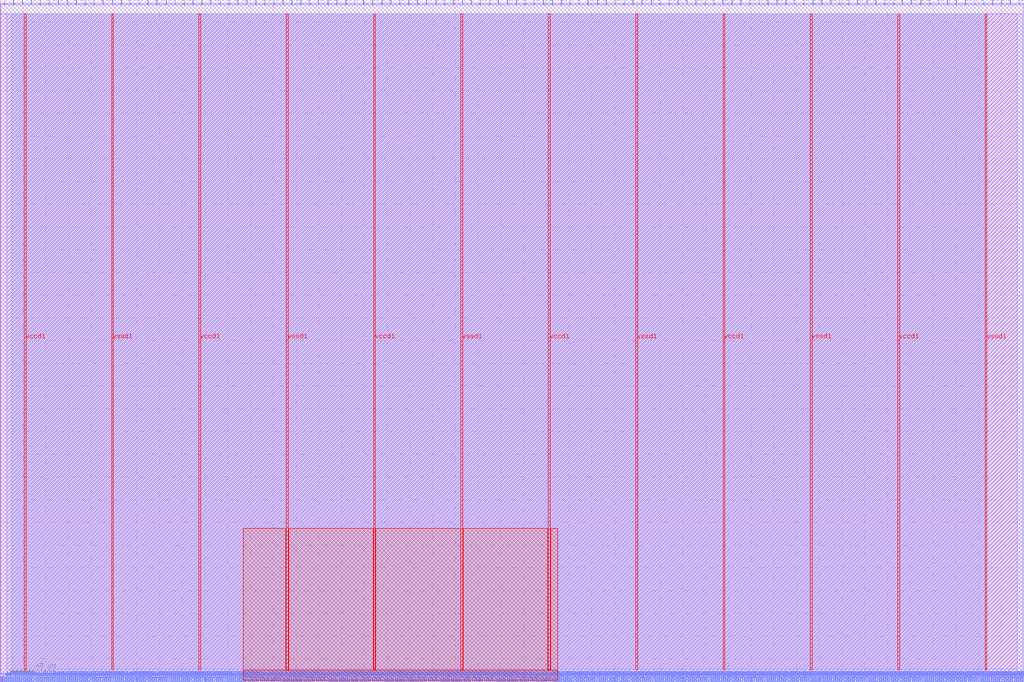
<source format=lef>
VERSION 5.7 ;
  NOWIREEXTENSIONATPIN ON ;
  DIVIDERCHAR "/" ;
  BUSBITCHARS "[]" ;
MACRO user_proj_example
  CLASS BLOCK ;
  FOREIGN user_proj_example ;
  ORIGIN 0.000 0.000 ;
  SIZE 900.000 BY 600.000 ;
  PIN io_in[0]
    DIRECTION INPUT ;
    USE SIGNAL ;
    PORT
      LAYER met2 ;
        RECT 3.770 596.000 4.050 600.000 ;
    END
  END io_in[0]
  PIN io_in[10]
    DIRECTION INPUT ;
    USE SIGNAL ;
    PORT
      LAYER met2 ;
        RECT 240.670 596.000 240.950 600.000 ;
    END
  END io_in[10]
  PIN io_in[11]
    DIRECTION INPUT ;
    USE SIGNAL ;
    PORT
      LAYER met2 ;
        RECT 264.130 596.000 264.410 600.000 ;
    END
  END io_in[11]
  PIN io_in[12]
    DIRECTION INPUT ;
    USE SIGNAL ;
    PORT
      LAYER met2 ;
        RECT 288.050 596.000 288.330 600.000 ;
    END
  END io_in[12]
  PIN io_in[13]
    DIRECTION INPUT ;
    USE SIGNAL ;
    PORT
      LAYER met2 ;
        RECT 311.510 596.000 311.790 600.000 ;
    END
  END io_in[13]
  PIN io_in[14]
    DIRECTION INPUT ;
    USE SIGNAL ;
    PORT
      LAYER met2 ;
        RECT 335.430 596.000 335.710 600.000 ;
    END
  END io_in[14]
  PIN io_in[15]
    DIRECTION INPUT ;
    USE SIGNAL ;
    PORT
      LAYER met2 ;
        RECT 358.890 596.000 359.170 600.000 ;
    END
  END io_in[15]
  PIN io_in[16]
    DIRECTION INPUT ;
    USE SIGNAL ;
    PORT
      LAYER met2 ;
        RECT 382.810 596.000 383.090 600.000 ;
    END
  END io_in[16]
  PIN io_in[17]
    DIRECTION INPUT ;
    USE SIGNAL ;
    PORT
      LAYER met2 ;
        RECT 406.270 596.000 406.550 600.000 ;
    END
  END io_in[17]
  PIN io_in[18]
    DIRECTION INPUT ;
    USE SIGNAL ;
    PORT
      LAYER met2 ;
        RECT 430.190 596.000 430.470 600.000 ;
    END
  END io_in[18]
  PIN io_in[19]
    DIRECTION INPUT ;
    USE SIGNAL ;
    PORT
      LAYER met2 ;
        RECT 453.650 596.000 453.930 600.000 ;
    END
  END io_in[19]
  PIN io_in[1]
    DIRECTION INPUT ;
    USE SIGNAL ;
    PORT
      LAYER met2 ;
        RECT 27.230 596.000 27.510 600.000 ;
    END
  END io_in[1]
  PIN io_in[20]
    DIRECTION INPUT ;
    USE SIGNAL ;
    PORT
      LAYER met2 ;
        RECT 477.570 596.000 477.850 600.000 ;
    END
  END io_in[20]
  PIN io_in[21]
    DIRECTION INPUT ;
    USE SIGNAL ;
    PORT
      LAYER met2 ;
        RECT 501.030 596.000 501.310 600.000 ;
    END
  END io_in[21]
  PIN io_in[22]
    DIRECTION INPUT ;
    USE SIGNAL ;
    PORT
      LAYER met2 ;
        RECT 524.950 596.000 525.230 600.000 ;
    END
  END io_in[22]
  PIN io_in[23]
    DIRECTION INPUT ;
    USE SIGNAL ;
    PORT
      LAYER met2 ;
        RECT 548.410 596.000 548.690 600.000 ;
    END
  END io_in[23]
  PIN io_in[24]
    DIRECTION INPUT ;
    USE SIGNAL ;
    PORT
      LAYER met2 ;
        RECT 572.330 596.000 572.610 600.000 ;
    END
  END io_in[24]
  PIN io_in[25]
    DIRECTION INPUT ;
    USE SIGNAL ;
    PORT
      LAYER met2 ;
        RECT 595.790 596.000 596.070 600.000 ;
    END
  END io_in[25]
  PIN io_in[26]
    DIRECTION INPUT ;
    USE SIGNAL ;
    PORT
      LAYER met2 ;
        RECT 619.710 596.000 619.990 600.000 ;
    END
  END io_in[26]
  PIN io_in[27]
    DIRECTION INPUT ;
    USE SIGNAL ;
    PORT
      LAYER met2 ;
        RECT 643.170 596.000 643.450 600.000 ;
    END
  END io_in[27]
  PIN io_in[28]
    DIRECTION INPUT ;
    USE SIGNAL ;
    PORT
      LAYER met2 ;
        RECT 667.090 596.000 667.370 600.000 ;
    END
  END io_in[28]
  PIN io_in[29]
    DIRECTION INPUT ;
    USE SIGNAL ;
    PORT
      LAYER met2 ;
        RECT 690.550 596.000 690.830 600.000 ;
    END
  END io_in[29]
  PIN io_in[2]
    DIRECTION INPUT ;
    USE SIGNAL ;
    PORT
      LAYER met2 ;
        RECT 51.150 596.000 51.430 600.000 ;
    END
  END io_in[2]
  PIN io_in[30]
    DIRECTION INPUT ;
    USE SIGNAL ;
    PORT
      LAYER met2 ;
        RECT 714.470 596.000 714.750 600.000 ;
    END
  END io_in[30]
  PIN io_in[31]
    DIRECTION INPUT ;
    USE SIGNAL ;
    PORT
      LAYER met2 ;
        RECT 737.930 596.000 738.210 600.000 ;
    END
  END io_in[31]
  PIN io_in[32]
    DIRECTION INPUT ;
    USE SIGNAL ;
    PORT
      LAYER met2 ;
        RECT 761.850 596.000 762.130 600.000 ;
    END
  END io_in[32]
  PIN io_in[33]
    DIRECTION INPUT ;
    USE SIGNAL ;
    PORT
      LAYER met2 ;
        RECT 785.310 596.000 785.590 600.000 ;
    END
  END io_in[33]
  PIN io_in[34]
    DIRECTION INPUT ;
    USE SIGNAL ;
    PORT
      LAYER met2 ;
        RECT 809.230 596.000 809.510 600.000 ;
    END
  END io_in[34]
  PIN io_in[35]
    DIRECTION INPUT ;
    USE SIGNAL ;
    PORT
      LAYER met2 ;
        RECT 832.690 596.000 832.970 600.000 ;
    END
  END io_in[35]
  PIN io_in[36]
    DIRECTION INPUT ;
    USE SIGNAL ;
    PORT
      LAYER met2 ;
        RECT 856.610 596.000 856.890 600.000 ;
    END
  END io_in[36]
  PIN io_in[37]
    DIRECTION INPUT ;
    USE SIGNAL ;
    PORT
      LAYER met2 ;
        RECT 880.070 596.000 880.350 600.000 ;
    END
  END io_in[37]
  PIN io_in[3]
    DIRECTION INPUT ;
    USE SIGNAL ;
    PORT
      LAYER met2 ;
        RECT 74.610 596.000 74.890 600.000 ;
    END
  END io_in[3]
  PIN io_in[4]
    DIRECTION INPUT ;
    USE SIGNAL ;
    PORT
      LAYER met2 ;
        RECT 98.530 596.000 98.810 600.000 ;
    END
  END io_in[4]
  PIN io_in[5]
    DIRECTION INPUT ;
    USE SIGNAL ;
    PORT
      LAYER met2 ;
        RECT 121.990 596.000 122.270 600.000 ;
    END
  END io_in[5]
  PIN io_in[6]
    DIRECTION INPUT ;
    USE SIGNAL ;
    PORT
      LAYER met2 ;
        RECT 145.910 596.000 146.190 600.000 ;
    END
  END io_in[6]
  PIN io_in[7]
    DIRECTION INPUT ;
    USE SIGNAL ;
    PORT
      LAYER met2 ;
        RECT 169.370 596.000 169.650 600.000 ;
    END
  END io_in[7]
  PIN io_in[8]
    DIRECTION INPUT ;
    USE SIGNAL ;
    PORT
      LAYER met2 ;
        RECT 193.290 596.000 193.570 600.000 ;
    END
  END io_in[8]
  PIN io_in[9]
    DIRECTION INPUT ;
    USE SIGNAL ;
    PORT
      LAYER met2 ;
        RECT 216.750 596.000 217.030 600.000 ;
    END
  END io_in[9]
  PIN io_oeb[0]
    DIRECTION OUTPUT TRISTATE ;
    USE SIGNAL ;
    PORT
      LAYER met2 ;
        RECT 11.590 596.000 11.870 600.000 ;
    END
  END io_oeb[0]
  PIN io_oeb[10]
    DIRECTION OUTPUT TRISTATE ;
    USE SIGNAL ;
    PORT
      LAYER met2 ;
        RECT 248.490 596.000 248.770 600.000 ;
    END
  END io_oeb[10]
  PIN io_oeb[11]
    DIRECTION OUTPUT TRISTATE ;
    USE SIGNAL ;
    PORT
      LAYER met2 ;
        RECT 271.950 596.000 272.230 600.000 ;
    END
  END io_oeb[11]
  PIN io_oeb[12]
    DIRECTION OUTPUT TRISTATE ;
    USE SIGNAL ;
    PORT
      LAYER met2 ;
        RECT 295.870 596.000 296.150 600.000 ;
    END
  END io_oeb[12]
  PIN io_oeb[13]
    DIRECTION OUTPUT TRISTATE ;
    USE SIGNAL ;
    PORT
      LAYER met2 ;
        RECT 319.330 596.000 319.610 600.000 ;
    END
  END io_oeb[13]
  PIN io_oeb[14]
    DIRECTION OUTPUT TRISTATE ;
    USE SIGNAL ;
    PORT
      LAYER met2 ;
        RECT 343.250 596.000 343.530 600.000 ;
    END
  END io_oeb[14]
  PIN io_oeb[15]
    DIRECTION OUTPUT TRISTATE ;
    USE SIGNAL ;
    PORT
      LAYER met2 ;
        RECT 366.710 596.000 366.990 600.000 ;
    END
  END io_oeb[15]
  PIN io_oeb[16]
    DIRECTION OUTPUT TRISTATE ;
    USE SIGNAL ;
    PORT
      LAYER met2 ;
        RECT 390.630 596.000 390.910 600.000 ;
    END
  END io_oeb[16]
  PIN io_oeb[17]
    DIRECTION OUTPUT TRISTATE ;
    USE SIGNAL ;
    PORT
      LAYER met2 ;
        RECT 414.090 596.000 414.370 600.000 ;
    END
  END io_oeb[17]
  PIN io_oeb[18]
    DIRECTION OUTPUT TRISTATE ;
    USE SIGNAL ;
    PORT
      LAYER met2 ;
        RECT 438.010 596.000 438.290 600.000 ;
    END
  END io_oeb[18]
  PIN io_oeb[19]
    DIRECTION OUTPUT TRISTATE ;
    USE SIGNAL ;
    PORT
      LAYER met2 ;
        RECT 461.470 596.000 461.750 600.000 ;
    END
  END io_oeb[19]
  PIN io_oeb[1]
    DIRECTION OUTPUT TRISTATE ;
    USE SIGNAL ;
    PORT
      LAYER met2 ;
        RECT 35.050 596.000 35.330 600.000 ;
    END
  END io_oeb[1]
  PIN io_oeb[20]
    DIRECTION OUTPUT TRISTATE ;
    USE SIGNAL ;
    PORT
      LAYER met2 ;
        RECT 485.390 596.000 485.670 600.000 ;
    END
  END io_oeb[20]
  PIN io_oeb[21]
    DIRECTION OUTPUT TRISTATE ;
    USE SIGNAL ;
    PORT
      LAYER met2 ;
        RECT 508.850 596.000 509.130 600.000 ;
    END
  END io_oeb[21]
  PIN io_oeb[22]
    DIRECTION OUTPUT TRISTATE ;
    USE SIGNAL ;
    PORT
      LAYER met2 ;
        RECT 532.770 596.000 533.050 600.000 ;
    END
  END io_oeb[22]
  PIN io_oeb[23]
    DIRECTION OUTPUT TRISTATE ;
    USE SIGNAL ;
    PORT
      LAYER met2 ;
        RECT 556.230 596.000 556.510 600.000 ;
    END
  END io_oeb[23]
  PIN io_oeb[24]
    DIRECTION OUTPUT TRISTATE ;
    USE SIGNAL ;
    PORT
      LAYER met2 ;
        RECT 580.150 596.000 580.430 600.000 ;
    END
  END io_oeb[24]
  PIN io_oeb[25]
    DIRECTION OUTPUT TRISTATE ;
    USE SIGNAL ;
    PORT
      LAYER met2 ;
        RECT 603.610 596.000 603.890 600.000 ;
    END
  END io_oeb[25]
  PIN io_oeb[26]
    DIRECTION OUTPUT TRISTATE ;
    USE SIGNAL ;
    PORT
      LAYER met2 ;
        RECT 627.530 596.000 627.810 600.000 ;
    END
  END io_oeb[26]
  PIN io_oeb[27]
    DIRECTION OUTPUT TRISTATE ;
    USE SIGNAL ;
    PORT
      LAYER met2 ;
        RECT 650.990 596.000 651.270 600.000 ;
    END
  END io_oeb[27]
  PIN io_oeb[28]
    DIRECTION OUTPUT TRISTATE ;
    USE SIGNAL ;
    PORT
      LAYER met2 ;
        RECT 674.910 596.000 675.190 600.000 ;
    END
  END io_oeb[28]
  PIN io_oeb[29]
    DIRECTION OUTPUT TRISTATE ;
    USE SIGNAL ;
    PORT
      LAYER met2 ;
        RECT 698.370 596.000 698.650 600.000 ;
    END
  END io_oeb[29]
  PIN io_oeb[2]
    DIRECTION OUTPUT TRISTATE ;
    USE SIGNAL ;
    PORT
      LAYER met2 ;
        RECT 58.970 596.000 59.250 600.000 ;
    END
  END io_oeb[2]
  PIN io_oeb[30]
    DIRECTION OUTPUT TRISTATE ;
    USE SIGNAL ;
    PORT
      LAYER met2 ;
        RECT 722.290 596.000 722.570 600.000 ;
    END
  END io_oeb[30]
  PIN io_oeb[31]
    DIRECTION OUTPUT TRISTATE ;
    USE SIGNAL ;
    PORT
      LAYER met2 ;
        RECT 745.750 596.000 746.030 600.000 ;
    END
  END io_oeb[31]
  PIN io_oeb[32]
    DIRECTION OUTPUT TRISTATE ;
    USE SIGNAL ;
    PORT
      LAYER met2 ;
        RECT 769.670 596.000 769.950 600.000 ;
    END
  END io_oeb[32]
  PIN io_oeb[33]
    DIRECTION OUTPUT TRISTATE ;
    USE SIGNAL ;
    PORT
      LAYER met2 ;
        RECT 793.130 596.000 793.410 600.000 ;
    END
  END io_oeb[33]
  PIN io_oeb[34]
    DIRECTION OUTPUT TRISTATE ;
    USE SIGNAL ;
    PORT
      LAYER met2 ;
        RECT 817.050 596.000 817.330 600.000 ;
    END
  END io_oeb[34]
  PIN io_oeb[35]
    DIRECTION OUTPUT TRISTATE ;
    USE SIGNAL ;
    PORT
      LAYER met2 ;
        RECT 840.510 596.000 840.790 600.000 ;
    END
  END io_oeb[35]
  PIN io_oeb[36]
    DIRECTION OUTPUT TRISTATE ;
    USE SIGNAL ;
    PORT
      LAYER met2 ;
        RECT 864.430 596.000 864.710 600.000 ;
    END
  END io_oeb[36]
  PIN io_oeb[37]
    DIRECTION OUTPUT TRISTATE ;
    USE SIGNAL ;
    PORT
      LAYER met2 ;
        RECT 887.890 596.000 888.170 600.000 ;
    END
  END io_oeb[37]
  PIN io_oeb[3]
    DIRECTION OUTPUT TRISTATE ;
    USE SIGNAL ;
    PORT
      LAYER met2 ;
        RECT 82.430 596.000 82.710 600.000 ;
    END
  END io_oeb[3]
  PIN io_oeb[4]
    DIRECTION OUTPUT TRISTATE ;
    USE SIGNAL ;
    PORT
      LAYER met2 ;
        RECT 106.350 596.000 106.630 600.000 ;
    END
  END io_oeb[4]
  PIN io_oeb[5]
    DIRECTION OUTPUT TRISTATE ;
    USE SIGNAL ;
    PORT
      LAYER met2 ;
        RECT 129.810 596.000 130.090 600.000 ;
    END
  END io_oeb[5]
  PIN io_oeb[6]
    DIRECTION OUTPUT TRISTATE ;
    USE SIGNAL ;
    PORT
      LAYER met2 ;
        RECT 153.730 596.000 154.010 600.000 ;
    END
  END io_oeb[6]
  PIN io_oeb[7]
    DIRECTION OUTPUT TRISTATE ;
    USE SIGNAL ;
    PORT
      LAYER met2 ;
        RECT 177.190 596.000 177.470 600.000 ;
    END
  END io_oeb[7]
  PIN io_oeb[8]
    DIRECTION OUTPUT TRISTATE ;
    USE SIGNAL ;
    PORT
      LAYER met2 ;
        RECT 201.110 596.000 201.390 600.000 ;
    END
  END io_oeb[8]
  PIN io_oeb[9]
    DIRECTION OUTPUT TRISTATE ;
    USE SIGNAL ;
    PORT
      LAYER met2 ;
        RECT 224.570 596.000 224.850 600.000 ;
    END
  END io_oeb[9]
  PIN io_out[0]
    DIRECTION OUTPUT TRISTATE ;
    USE SIGNAL ;
    PORT
      LAYER met2 ;
        RECT 19.410 596.000 19.690 600.000 ;
    END
  END io_out[0]
  PIN io_out[10]
    DIRECTION OUTPUT TRISTATE ;
    USE SIGNAL ;
    PORT
      LAYER met2 ;
        RECT 256.310 596.000 256.590 600.000 ;
    END
  END io_out[10]
  PIN io_out[11]
    DIRECTION OUTPUT TRISTATE ;
    USE SIGNAL ;
    PORT
      LAYER met2 ;
        RECT 279.770 596.000 280.050 600.000 ;
    END
  END io_out[11]
  PIN io_out[12]
    DIRECTION OUTPUT TRISTATE ;
    USE SIGNAL ;
    PORT
      LAYER met2 ;
        RECT 303.690 596.000 303.970 600.000 ;
    END
  END io_out[12]
  PIN io_out[13]
    DIRECTION OUTPUT TRISTATE ;
    USE SIGNAL ;
    PORT
      LAYER met2 ;
        RECT 327.150 596.000 327.430 600.000 ;
    END
  END io_out[13]
  PIN io_out[14]
    DIRECTION OUTPUT TRISTATE ;
    USE SIGNAL ;
    PORT
      LAYER met2 ;
        RECT 351.070 596.000 351.350 600.000 ;
    END
  END io_out[14]
  PIN io_out[15]
    DIRECTION OUTPUT TRISTATE ;
    USE SIGNAL ;
    PORT
      LAYER met2 ;
        RECT 374.530 596.000 374.810 600.000 ;
    END
  END io_out[15]
  PIN io_out[16]
    DIRECTION OUTPUT TRISTATE ;
    USE SIGNAL ;
    PORT
      LAYER met2 ;
        RECT 398.450 596.000 398.730 600.000 ;
    END
  END io_out[16]
  PIN io_out[17]
    DIRECTION OUTPUT TRISTATE ;
    USE SIGNAL ;
    PORT
      LAYER met2 ;
        RECT 421.910 596.000 422.190 600.000 ;
    END
  END io_out[17]
  PIN io_out[18]
    DIRECTION OUTPUT TRISTATE ;
    USE SIGNAL ;
    PORT
      LAYER met2 ;
        RECT 445.830 596.000 446.110 600.000 ;
    END
  END io_out[18]
  PIN io_out[19]
    DIRECTION OUTPUT TRISTATE ;
    USE SIGNAL ;
    PORT
      LAYER met2 ;
        RECT 469.290 596.000 469.570 600.000 ;
    END
  END io_out[19]
  PIN io_out[1]
    DIRECTION OUTPUT TRISTATE ;
    USE SIGNAL ;
    PORT
      LAYER met2 ;
        RECT 42.870 596.000 43.150 600.000 ;
    END
  END io_out[1]
  PIN io_out[20]
    DIRECTION OUTPUT TRISTATE ;
    USE SIGNAL ;
    PORT
      LAYER met2 ;
        RECT 493.210 596.000 493.490 600.000 ;
    END
  END io_out[20]
  PIN io_out[21]
    DIRECTION OUTPUT TRISTATE ;
    USE SIGNAL ;
    PORT
      LAYER met2 ;
        RECT 516.670 596.000 516.950 600.000 ;
    END
  END io_out[21]
  PIN io_out[22]
    DIRECTION OUTPUT TRISTATE ;
    USE SIGNAL ;
    PORT
      LAYER met2 ;
        RECT 540.590 596.000 540.870 600.000 ;
    END
  END io_out[22]
  PIN io_out[23]
    DIRECTION OUTPUT TRISTATE ;
    USE SIGNAL ;
    PORT
      LAYER met2 ;
        RECT 564.050 596.000 564.330 600.000 ;
    END
  END io_out[23]
  PIN io_out[24]
    DIRECTION OUTPUT TRISTATE ;
    USE SIGNAL ;
    PORT
      LAYER met2 ;
        RECT 587.970 596.000 588.250 600.000 ;
    END
  END io_out[24]
  PIN io_out[25]
    DIRECTION OUTPUT TRISTATE ;
    USE SIGNAL ;
    PORT
      LAYER met2 ;
        RECT 611.430 596.000 611.710 600.000 ;
    END
  END io_out[25]
  PIN io_out[26]
    DIRECTION OUTPUT TRISTATE ;
    USE SIGNAL ;
    PORT
      LAYER met2 ;
        RECT 635.350 596.000 635.630 600.000 ;
    END
  END io_out[26]
  PIN io_out[27]
    DIRECTION OUTPUT TRISTATE ;
    USE SIGNAL ;
    PORT
      LAYER met2 ;
        RECT 658.810 596.000 659.090 600.000 ;
    END
  END io_out[27]
  PIN io_out[28]
    DIRECTION OUTPUT TRISTATE ;
    USE SIGNAL ;
    PORT
      LAYER met2 ;
        RECT 682.730 596.000 683.010 600.000 ;
    END
  END io_out[28]
  PIN io_out[29]
    DIRECTION OUTPUT TRISTATE ;
    USE SIGNAL ;
    PORT
      LAYER met2 ;
        RECT 706.190 596.000 706.470 600.000 ;
    END
  END io_out[29]
  PIN io_out[2]
    DIRECTION OUTPUT TRISTATE ;
    USE SIGNAL ;
    PORT
      LAYER met2 ;
        RECT 66.790 596.000 67.070 600.000 ;
    END
  END io_out[2]
  PIN io_out[30]
    DIRECTION OUTPUT TRISTATE ;
    USE SIGNAL ;
    PORT
      LAYER met2 ;
        RECT 730.110 596.000 730.390 600.000 ;
    END
  END io_out[30]
  PIN io_out[31]
    DIRECTION OUTPUT TRISTATE ;
    USE SIGNAL ;
    PORT
      LAYER met2 ;
        RECT 753.570 596.000 753.850 600.000 ;
    END
  END io_out[31]
  PIN io_out[32]
    DIRECTION OUTPUT TRISTATE ;
    USE SIGNAL ;
    PORT
      LAYER met2 ;
        RECT 777.490 596.000 777.770 600.000 ;
    END
  END io_out[32]
  PIN io_out[33]
    DIRECTION OUTPUT TRISTATE ;
    USE SIGNAL ;
    PORT
      LAYER met2 ;
        RECT 800.950 596.000 801.230 600.000 ;
    END
  END io_out[33]
  PIN io_out[34]
    DIRECTION OUTPUT TRISTATE ;
    USE SIGNAL ;
    PORT
      LAYER met2 ;
        RECT 824.870 596.000 825.150 600.000 ;
    END
  END io_out[34]
  PIN io_out[35]
    DIRECTION OUTPUT TRISTATE ;
    USE SIGNAL ;
    PORT
      LAYER met2 ;
        RECT 848.330 596.000 848.610 600.000 ;
    END
  END io_out[35]
  PIN io_out[36]
    DIRECTION OUTPUT TRISTATE ;
    USE SIGNAL ;
    PORT
      LAYER met2 ;
        RECT 872.250 596.000 872.530 600.000 ;
    END
  END io_out[36]
  PIN io_out[37]
    DIRECTION OUTPUT TRISTATE ;
    USE SIGNAL ;
    PORT
      LAYER met2 ;
        RECT 895.710 596.000 895.990 600.000 ;
    END
  END io_out[37]
  PIN io_out[3]
    DIRECTION OUTPUT TRISTATE ;
    USE SIGNAL ;
    PORT
      LAYER met2 ;
        RECT 90.250 596.000 90.530 600.000 ;
    END
  END io_out[3]
  PIN io_out[4]
    DIRECTION OUTPUT TRISTATE ;
    USE SIGNAL ;
    PORT
      LAYER met2 ;
        RECT 114.170 596.000 114.450 600.000 ;
    END
  END io_out[4]
  PIN io_out[5]
    DIRECTION OUTPUT TRISTATE ;
    USE SIGNAL ;
    PORT
      LAYER met2 ;
        RECT 137.630 596.000 137.910 600.000 ;
    END
  END io_out[5]
  PIN io_out[6]
    DIRECTION OUTPUT TRISTATE ;
    USE SIGNAL ;
    PORT
      LAYER met2 ;
        RECT 161.550 596.000 161.830 600.000 ;
    END
  END io_out[6]
  PIN io_out[7]
    DIRECTION OUTPUT TRISTATE ;
    USE SIGNAL ;
    PORT
      LAYER met2 ;
        RECT 185.010 596.000 185.290 600.000 ;
    END
  END io_out[7]
  PIN io_out[8]
    DIRECTION OUTPUT TRISTATE ;
    USE SIGNAL ;
    PORT
      LAYER met2 ;
        RECT 208.930 596.000 209.210 600.000 ;
    END
  END io_out[8]
  PIN io_out[9]
    DIRECTION OUTPUT TRISTATE ;
    USE SIGNAL ;
    PORT
      LAYER met2 ;
        RECT 232.390 596.000 232.670 600.000 ;
    END
  END io_out[9]
  PIN irq[0]
    DIRECTION OUTPUT TRISTATE ;
    USE SIGNAL ;
    PORT
      LAYER met2 ;
        RECT 895.250 0.000 895.530 4.000 ;
    END
  END irq[0]
  PIN irq[1]
    DIRECTION OUTPUT TRISTATE ;
    USE SIGNAL ;
    PORT
      LAYER met2 ;
        RECT 897.090 0.000 897.370 4.000 ;
    END
  END irq[1]
  PIN irq[2]
    DIRECTION OUTPUT TRISTATE ;
    USE SIGNAL ;
    PORT
      LAYER met2 ;
        RECT 898.930 0.000 899.210 4.000 ;
    END
  END irq[2]
  PIN la_data_in[0]
    DIRECTION INPUT ;
    USE SIGNAL ;
    PORT
      LAYER met2 ;
        RECT 193.750 0.000 194.030 4.000 ;
    END
  END la_data_in[0]
  PIN la_data_in[100]
    DIRECTION INPUT ;
    USE SIGNAL ;
    PORT
      LAYER met2 ;
        RECT 741.610 0.000 741.890 4.000 ;
    END
  END la_data_in[100]
  PIN la_data_in[101]
    DIRECTION INPUT ;
    USE SIGNAL ;
    PORT
      LAYER met2 ;
        RECT 747.130 0.000 747.410 4.000 ;
    END
  END la_data_in[101]
  PIN la_data_in[102]
    DIRECTION INPUT ;
    USE SIGNAL ;
    PORT
      LAYER met2 ;
        RECT 752.650 0.000 752.930 4.000 ;
    END
  END la_data_in[102]
  PIN la_data_in[103]
    DIRECTION INPUT ;
    USE SIGNAL ;
    PORT
      LAYER met2 ;
        RECT 758.170 0.000 758.450 4.000 ;
    END
  END la_data_in[103]
  PIN la_data_in[104]
    DIRECTION INPUT ;
    USE SIGNAL ;
    PORT
      LAYER met2 ;
        RECT 763.690 0.000 763.970 4.000 ;
    END
  END la_data_in[104]
  PIN la_data_in[105]
    DIRECTION INPUT ;
    USE SIGNAL ;
    PORT
      LAYER met2 ;
        RECT 769.210 0.000 769.490 4.000 ;
    END
  END la_data_in[105]
  PIN la_data_in[106]
    DIRECTION INPUT ;
    USE SIGNAL ;
    PORT
      LAYER met2 ;
        RECT 774.730 0.000 775.010 4.000 ;
    END
  END la_data_in[106]
  PIN la_data_in[107]
    DIRECTION INPUT ;
    USE SIGNAL ;
    PORT
      LAYER met2 ;
        RECT 780.250 0.000 780.530 4.000 ;
    END
  END la_data_in[107]
  PIN la_data_in[108]
    DIRECTION INPUT ;
    USE SIGNAL ;
    PORT
      LAYER met2 ;
        RECT 785.310 0.000 785.590 4.000 ;
    END
  END la_data_in[108]
  PIN la_data_in[109]
    DIRECTION INPUT ;
    USE SIGNAL ;
    PORT
      LAYER met2 ;
        RECT 790.830 0.000 791.110 4.000 ;
    END
  END la_data_in[109]
  PIN la_data_in[10]
    DIRECTION INPUT ;
    USE SIGNAL ;
    PORT
      LAYER met2 ;
        RECT 248.490 0.000 248.770 4.000 ;
    END
  END la_data_in[10]
  PIN la_data_in[110]
    DIRECTION INPUT ;
    USE SIGNAL ;
    PORT
      LAYER met2 ;
        RECT 796.350 0.000 796.630 4.000 ;
    END
  END la_data_in[110]
  PIN la_data_in[111]
    DIRECTION INPUT ;
    USE SIGNAL ;
    PORT
      LAYER met2 ;
        RECT 801.870 0.000 802.150 4.000 ;
    END
  END la_data_in[111]
  PIN la_data_in[112]
    DIRECTION INPUT ;
    USE SIGNAL ;
    PORT
      LAYER met2 ;
        RECT 807.390 0.000 807.670 4.000 ;
    END
  END la_data_in[112]
  PIN la_data_in[113]
    DIRECTION INPUT ;
    USE SIGNAL ;
    PORT
      LAYER met2 ;
        RECT 812.910 0.000 813.190 4.000 ;
    END
  END la_data_in[113]
  PIN la_data_in[114]
    DIRECTION INPUT ;
    USE SIGNAL ;
    PORT
      LAYER met2 ;
        RECT 818.430 0.000 818.710 4.000 ;
    END
  END la_data_in[114]
  PIN la_data_in[115]
    DIRECTION INPUT ;
    USE SIGNAL ;
    PORT
      LAYER met2 ;
        RECT 823.950 0.000 824.230 4.000 ;
    END
  END la_data_in[115]
  PIN la_data_in[116]
    DIRECTION INPUT ;
    USE SIGNAL ;
    PORT
      LAYER met2 ;
        RECT 829.470 0.000 829.750 4.000 ;
    END
  END la_data_in[116]
  PIN la_data_in[117]
    DIRECTION INPUT ;
    USE SIGNAL ;
    PORT
      LAYER met2 ;
        RECT 834.990 0.000 835.270 4.000 ;
    END
  END la_data_in[117]
  PIN la_data_in[118]
    DIRECTION INPUT ;
    USE SIGNAL ;
    PORT
      LAYER met2 ;
        RECT 840.510 0.000 840.790 4.000 ;
    END
  END la_data_in[118]
  PIN la_data_in[119]
    DIRECTION INPUT ;
    USE SIGNAL ;
    PORT
      LAYER met2 ;
        RECT 845.570 0.000 845.850 4.000 ;
    END
  END la_data_in[119]
  PIN la_data_in[11]
    DIRECTION INPUT ;
    USE SIGNAL ;
    PORT
      LAYER met2 ;
        RECT 254.010 0.000 254.290 4.000 ;
    END
  END la_data_in[11]
  PIN la_data_in[120]
    DIRECTION INPUT ;
    USE SIGNAL ;
    PORT
      LAYER met2 ;
        RECT 851.090 0.000 851.370 4.000 ;
    END
  END la_data_in[120]
  PIN la_data_in[121]
    DIRECTION INPUT ;
    USE SIGNAL ;
    PORT
      LAYER met2 ;
        RECT 856.610 0.000 856.890 4.000 ;
    END
  END la_data_in[121]
  PIN la_data_in[122]
    DIRECTION INPUT ;
    USE SIGNAL ;
    PORT
      LAYER met2 ;
        RECT 862.130 0.000 862.410 4.000 ;
    END
  END la_data_in[122]
  PIN la_data_in[123]
    DIRECTION INPUT ;
    USE SIGNAL ;
    PORT
      LAYER met2 ;
        RECT 867.650 0.000 867.930 4.000 ;
    END
  END la_data_in[123]
  PIN la_data_in[124]
    DIRECTION INPUT ;
    USE SIGNAL ;
    PORT
      LAYER met2 ;
        RECT 873.170 0.000 873.450 4.000 ;
    END
  END la_data_in[124]
  PIN la_data_in[125]
    DIRECTION INPUT ;
    USE SIGNAL ;
    PORT
      LAYER met2 ;
        RECT 878.690 0.000 878.970 4.000 ;
    END
  END la_data_in[125]
  PIN la_data_in[126]
    DIRECTION INPUT ;
    USE SIGNAL ;
    PORT
      LAYER met2 ;
        RECT 884.210 0.000 884.490 4.000 ;
    END
  END la_data_in[126]
  PIN la_data_in[127]
    DIRECTION INPUT ;
    USE SIGNAL ;
    PORT
      LAYER met2 ;
        RECT 889.730 0.000 890.010 4.000 ;
    END
  END la_data_in[127]
  PIN la_data_in[12]
    DIRECTION INPUT ;
    USE SIGNAL ;
    PORT
      LAYER met2 ;
        RECT 259.530 0.000 259.810 4.000 ;
    END
  END la_data_in[12]
  PIN la_data_in[13]
    DIRECTION INPUT ;
    USE SIGNAL ;
    PORT
      LAYER met2 ;
        RECT 265.050 0.000 265.330 4.000 ;
    END
  END la_data_in[13]
  PIN la_data_in[14]
    DIRECTION INPUT ;
    USE SIGNAL ;
    PORT
      LAYER met2 ;
        RECT 270.570 0.000 270.850 4.000 ;
    END
  END la_data_in[14]
  PIN la_data_in[15]
    DIRECTION INPUT ;
    USE SIGNAL ;
    PORT
      LAYER met2 ;
        RECT 276.090 0.000 276.370 4.000 ;
    END
  END la_data_in[15]
  PIN la_data_in[16]
    DIRECTION INPUT ;
    USE SIGNAL ;
    PORT
      LAYER met2 ;
        RECT 281.610 0.000 281.890 4.000 ;
    END
  END la_data_in[16]
  PIN la_data_in[17]
    DIRECTION INPUT ;
    USE SIGNAL ;
    PORT
      LAYER met2 ;
        RECT 287.130 0.000 287.410 4.000 ;
    END
  END la_data_in[17]
  PIN la_data_in[18]
    DIRECTION INPUT ;
    USE SIGNAL ;
    PORT
      LAYER met2 ;
        RECT 292.650 0.000 292.930 4.000 ;
    END
  END la_data_in[18]
  PIN la_data_in[19]
    DIRECTION INPUT ;
    USE SIGNAL ;
    PORT
      LAYER met2 ;
        RECT 298.170 0.000 298.450 4.000 ;
    END
  END la_data_in[19]
  PIN la_data_in[1]
    DIRECTION INPUT ;
    USE SIGNAL ;
    PORT
      LAYER met2 ;
        RECT 199.270 0.000 199.550 4.000 ;
    END
  END la_data_in[1]
  PIN la_data_in[20]
    DIRECTION INPUT ;
    USE SIGNAL ;
    PORT
      LAYER met2 ;
        RECT 303.230 0.000 303.510 4.000 ;
    END
  END la_data_in[20]
  PIN la_data_in[21]
    DIRECTION INPUT ;
    USE SIGNAL ;
    PORT
      LAYER met2 ;
        RECT 308.750 0.000 309.030 4.000 ;
    END
  END la_data_in[21]
  PIN la_data_in[22]
    DIRECTION INPUT ;
    USE SIGNAL ;
    PORT
      LAYER met2 ;
        RECT 314.270 0.000 314.550 4.000 ;
    END
  END la_data_in[22]
  PIN la_data_in[23]
    DIRECTION INPUT ;
    USE SIGNAL ;
    PORT
      LAYER met2 ;
        RECT 319.790 0.000 320.070 4.000 ;
    END
  END la_data_in[23]
  PIN la_data_in[24]
    DIRECTION INPUT ;
    USE SIGNAL ;
    PORT
      LAYER met2 ;
        RECT 325.310 0.000 325.590 4.000 ;
    END
  END la_data_in[24]
  PIN la_data_in[25]
    DIRECTION INPUT ;
    USE SIGNAL ;
    PORT
      LAYER met2 ;
        RECT 330.830 0.000 331.110 4.000 ;
    END
  END la_data_in[25]
  PIN la_data_in[26]
    DIRECTION INPUT ;
    USE SIGNAL ;
    PORT
      LAYER met2 ;
        RECT 336.350 0.000 336.630 4.000 ;
    END
  END la_data_in[26]
  PIN la_data_in[27]
    DIRECTION INPUT ;
    USE SIGNAL ;
    PORT
      LAYER met2 ;
        RECT 341.870 0.000 342.150 4.000 ;
    END
  END la_data_in[27]
  PIN la_data_in[28]
    DIRECTION INPUT ;
    USE SIGNAL ;
    PORT
      LAYER met2 ;
        RECT 347.390 0.000 347.670 4.000 ;
    END
  END la_data_in[28]
  PIN la_data_in[29]
    DIRECTION INPUT ;
    USE SIGNAL ;
    PORT
      LAYER met2 ;
        RECT 352.910 0.000 353.190 4.000 ;
    END
  END la_data_in[29]
  PIN la_data_in[2]
    DIRECTION INPUT ;
    USE SIGNAL ;
    PORT
      LAYER met2 ;
        RECT 204.790 0.000 205.070 4.000 ;
    END
  END la_data_in[2]
  PIN la_data_in[30]
    DIRECTION INPUT ;
    USE SIGNAL ;
    PORT
      LAYER met2 ;
        RECT 358.430 0.000 358.710 4.000 ;
    END
  END la_data_in[30]
  PIN la_data_in[31]
    DIRECTION INPUT ;
    USE SIGNAL ;
    PORT
      LAYER met2 ;
        RECT 363.490 0.000 363.770 4.000 ;
    END
  END la_data_in[31]
  PIN la_data_in[32]
    DIRECTION INPUT ;
    USE SIGNAL ;
    PORT
      LAYER met2 ;
        RECT 369.010 0.000 369.290 4.000 ;
    END
  END la_data_in[32]
  PIN la_data_in[33]
    DIRECTION INPUT ;
    USE SIGNAL ;
    PORT
      LAYER met2 ;
        RECT 374.530 0.000 374.810 4.000 ;
    END
  END la_data_in[33]
  PIN la_data_in[34]
    DIRECTION INPUT ;
    USE SIGNAL ;
    PORT
      LAYER met2 ;
        RECT 380.050 0.000 380.330 4.000 ;
    END
  END la_data_in[34]
  PIN la_data_in[35]
    DIRECTION INPUT ;
    USE SIGNAL ;
    PORT
      LAYER met2 ;
        RECT 385.570 0.000 385.850 4.000 ;
    END
  END la_data_in[35]
  PIN la_data_in[36]
    DIRECTION INPUT ;
    USE SIGNAL ;
    PORT
      LAYER met2 ;
        RECT 391.090 0.000 391.370 4.000 ;
    END
  END la_data_in[36]
  PIN la_data_in[37]
    DIRECTION INPUT ;
    USE SIGNAL ;
    PORT
      LAYER met2 ;
        RECT 396.610 0.000 396.890 4.000 ;
    END
  END la_data_in[37]
  PIN la_data_in[38]
    DIRECTION INPUT ;
    USE SIGNAL ;
    PORT
      LAYER met2 ;
        RECT 402.130 0.000 402.410 4.000 ;
    END
  END la_data_in[38]
  PIN la_data_in[39]
    DIRECTION INPUT ;
    USE SIGNAL ;
    PORT
      LAYER met2 ;
        RECT 407.650 0.000 407.930 4.000 ;
    END
  END la_data_in[39]
  PIN la_data_in[3]
    DIRECTION INPUT ;
    USE SIGNAL ;
    PORT
      LAYER met2 ;
        RECT 210.310 0.000 210.590 4.000 ;
    END
  END la_data_in[3]
  PIN la_data_in[40]
    DIRECTION INPUT ;
    USE SIGNAL ;
    PORT
      LAYER met2 ;
        RECT 413.170 0.000 413.450 4.000 ;
    END
  END la_data_in[40]
  PIN la_data_in[41]
    DIRECTION INPUT ;
    USE SIGNAL ;
    PORT
      LAYER met2 ;
        RECT 418.690 0.000 418.970 4.000 ;
    END
  END la_data_in[41]
  PIN la_data_in[42]
    DIRECTION INPUT ;
    USE SIGNAL ;
    PORT
      LAYER met2 ;
        RECT 423.750 0.000 424.030 4.000 ;
    END
  END la_data_in[42]
  PIN la_data_in[43]
    DIRECTION INPUT ;
    USE SIGNAL ;
    PORT
      LAYER met2 ;
        RECT 429.270 0.000 429.550 4.000 ;
    END
  END la_data_in[43]
  PIN la_data_in[44]
    DIRECTION INPUT ;
    USE SIGNAL ;
    PORT
      LAYER met2 ;
        RECT 434.790 0.000 435.070 4.000 ;
    END
  END la_data_in[44]
  PIN la_data_in[45]
    DIRECTION INPUT ;
    USE SIGNAL ;
    PORT
      LAYER met2 ;
        RECT 440.310 0.000 440.590 4.000 ;
    END
  END la_data_in[45]
  PIN la_data_in[46]
    DIRECTION INPUT ;
    USE SIGNAL ;
    PORT
      LAYER met2 ;
        RECT 445.830 0.000 446.110 4.000 ;
    END
  END la_data_in[46]
  PIN la_data_in[47]
    DIRECTION INPUT ;
    USE SIGNAL ;
    PORT
      LAYER met2 ;
        RECT 451.350 0.000 451.630 4.000 ;
    END
  END la_data_in[47]
  PIN la_data_in[48]
    DIRECTION INPUT ;
    USE SIGNAL ;
    PORT
      LAYER met2 ;
        RECT 456.870 0.000 457.150 4.000 ;
    END
  END la_data_in[48]
  PIN la_data_in[49]
    DIRECTION INPUT ;
    USE SIGNAL ;
    PORT
      LAYER met2 ;
        RECT 462.390 0.000 462.670 4.000 ;
    END
  END la_data_in[49]
  PIN la_data_in[4]
    DIRECTION INPUT ;
    USE SIGNAL ;
    PORT
      LAYER met2 ;
        RECT 215.830 0.000 216.110 4.000 ;
    END
  END la_data_in[4]
  PIN la_data_in[50]
    DIRECTION INPUT ;
    USE SIGNAL ;
    PORT
      LAYER met2 ;
        RECT 467.910 0.000 468.190 4.000 ;
    END
  END la_data_in[50]
  PIN la_data_in[51]
    DIRECTION INPUT ;
    USE SIGNAL ;
    PORT
      LAYER met2 ;
        RECT 473.430 0.000 473.710 4.000 ;
    END
  END la_data_in[51]
  PIN la_data_in[52]
    DIRECTION INPUT ;
    USE SIGNAL ;
    PORT
      LAYER met2 ;
        RECT 478.950 0.000 479.230 4.000 ;
    END
  END la_data_in[52]
  PIN la_data_in[53]
    DIRECTION INPUT ;
    USE SIGNAL ;
    PORT
      LAYER met2 ;
        RECT 484.010 0.000 484.290 4.000 ;
    END
  END la_data_in[53]
  PIN la_data_in[54]
    DIRECTION INPUT ;
    USE SIGNAL ;
    PORT
      LAYER met2 ;
        RECT 489.530 0.000 489.810 4.000 ;
    END
  END la_data_in[54]
  PIN la_data_in[55]
    DIRECTION INPUT ;
    USE SIGNAL ;
    PORT
      LAYER met2 ;
        RECT 495.050 0.000 495.330 4.000 ;
    END
  END la_data_in[55]
  PIN la_data_in[56]
    DIRECTION INPUT ;
    USE SIGNAL ;
    PORT
      LAYER met2 ;
        RECT 500.570 0.000 500.850 4.000 ;
    END
  END la_data_in[56]
  PIN la_data_in[57]
    DIRECTION INPUT ;
    USE SIGNAL ;
    PORT
      LAYER met2 ;
        RECT 506.090 0.000 506.370 4.000 ;
    END
  END la_data_in[57]
  PIN la_data_in[58]
    DIRECTION INPUT ;
    USE SIGNAL ;
    PORT
      LAYER met2 ;
        RECT 511.610 0.000 511.890 4.000 ;
    END
  END la_data_in[58]
  PIN la_data_in[59]
    DIRECTION INPUT ;
    USE SIGNAL ;
    PORT
      LAYER met2 ;
        RECT 517.130 0.000 517.410 4.000 ;
    END
  END la_data_in[59]
  PIN la_data_in[5]
    DIRECTION INPUT ;
    USE SIGNAL ;
    PORT
      LAYER met2 ;
        RECT 221.350 0.000 221.630 4.000 ;
    END
  END la_data_in[5]
  PIN la_data_in[60]
    DIRECTION INPUT ;
    USE SIGNAL ;
    PORT
      LAYER met2 ;
        RECT 522.650 0.000 522.930 4.000 ;
    END
  END la_data_in[60]
  PIN la_data_in[61]
    DIRECTION INPUT ;
    USE SIGNAL ;
    PORT
      LAYER met2 ;
        RECT 528.170 0.000 528.450 4.000 ;
    END
  END la_data_in[61]
  PIN la_data_in[62]
    DIRECTION INPUT ;
    USE SIGNAL ;
    PORT
      LAYER met2 ;
        RECT 533.690 0.000 533.970 4.000 ;
    END
  END la_data_in[62]
  PIN la_data_in[63]
    DIRECTION INPUT ;
    USE SIGNAL ;
    PORT
      LAYER met2 ;
        RECT 539.210 0.000 539.490 4.000 ;
    END
  END la_data_in[63]
  PIN la_data_in[64]
    DIRECTION INPUT ;
    USE SIGNAL ;
    PORT
      LAYER met2 ;
        RECT 544.270 0.000 544.550 4.000 ;
    END
  END la_data_in[64]
  PIN la_data_in[65]
    DIRECTION INPUT ;
    USE SIGNAL ;
    PORT
      LAYER met2 ;
        RECT 549.790 0.000 550.070 4.000 ;
    END
  END la_data_in[65]
  PIN la_data_in[66]
    DIRECTION INPUT ;
    USE SIGNAL ;
    PORT
      LAYER met2 ;
        RECT 555.310 0.000 555.590 4.000 ;
    END
  END la_data_in[66]
  PIN la_data_in[67]
    DIRECTION INPUT ;
    USE SIGNAL ;
    PORT
      LAYER met2 ;
        RECT 560.830 0.000 561.110 4.000 ;
    END
  END la_data_in[67]
  PIN la_data_in[68]
    DIRECTION INPUT ;
    USE SIGNAL ;
    PORT
      LAYER met2 ;
        RECT 566.350 0.000 566.630 4.000 ;
    END
  END la_data_in[68]
  PIN la_data_in[69]
    DIRECTION INPUT ;
    USE SIGNAL ;
    PORT
      LAYER met2 ;
        RECT 571.870 0.000 572.150 4.000 ;
    END
  END la_data_in[69]
  PIN la_data_in[6]
    DIRECTION INPUT ;
    USE SIGNAL ;
    PORT
      LAYER met2 ;
        RECT 226.870 0.000 227.150 4.000 ;
    END
  END la_data_in[6]
  PIN la_data_in[70]
    DIRECTION INPUT ;
    USE SIGNAL ;
    PORT
      LAYER met2 ;
        RECT 577.390 0.000 577.670 4.000 ;
    END
  END la_data_in[70]
  PIN la_data_in[71]
    DIRECTION INPUT ;
    USE SIGNAL ;
    PORT
      LAYER met2 ;
        RECT 582.910 0.000 583.190 4.000 ;
    END
  END la_data_in[71]
  PIN la_data_in[72]
    DIRECTION INPUT ;
    USE SIGNAL ;
    PORT
      LAYER met2 ;
        RECT 588.430 0.000 588.710 4.000 ;
    END
  END la_data_in[72]
  PIN la_data_in[73]
    DIRECTION INPUT ;
    USE SIGNAL ;
    PORT
      LAYER met2 ;
        RECT 593.950 0.000 594.230 4.000 ;
    END
  END la_data_in[73]
  PIN la_data_in[74]
    DIRECTION INPUT ;
    USE SIGNAL ;
    PORT
      LAYER met2 ;
        RECT 599.470 0.000 599.750 4.000 ;
    END
  END la_data_in[74]
  PIN la_data_in[75]
    DIRECTION INPUT ;
    USE SIGNAL ;
    PORT
      LAYER met2 ;
        RECT 604.530 0.000 604.810 4.000 ;
    END
  END la_data_in[75]
  PIN la_data_in[76]
    DIRECTION INPUT ;
    USE SIGNAL ;
    PORT
      LAYER met2 ;
        RECT 610.050 0.000 610.330 4.000 ;
    END
  END la_data_in[76]
  PIN la_data_in[77]
    DIRECTION INPUT ;
    USE SIGNAL ;
    PORT
      LAYER met2 ;
        RECT 615.570 0.000 615.850 4.000 ;
    END
  END la_data_in[77]
  PIN la_data_in[78]
    DIRECTION INPUT ;
    USE SIGNAL ;
    PORT
      LAYER met2 ;
        RECT 621.090 0.000 621.370 4.000 ;
    END
  END la_data_in[78]
  PIN la_data_in[79]
    DIRECTION INPUT ;
    USE SIGNAL ;
    PORT
      LAYER met2 ;
        RECT 626.610 0.000 626.890 4.000 ;
    END
  END la_data_in[79]
  PIN la_data_in[7]
    DIRECTION INPUT ;
    USE SIGNAL ;
    PORT
      LAYER met2 ;
        RECT 232.390 0.000 232.670 4.000 ;
    END
  END la_data_in[7]
  PIN la_data_in[80]
    DIRECTION INPUT ;
    USE SIGNAL ;
    PORT
      LAYER met2 ;
        RECT 632.130 0.000 632.410 4.000 ;
    END
  END la_data_in[80]
  PIN la_data_in[81]
    DIRECTION INPUT ;
    USE SIGNAL ;
    PORT
      LAYER met2 ;
        RECT 637.650 0.000 637.930 4.000 ;
    END
  END la_data_in[81]
  PIN la_data_in[82]
    DIRECTION INPUT ;
    USE SIGNAL ;
    PORT
      LAYER met2 ;
        RECT 643.170 0.000 643.450 4.000 ;
    END
  END la_data_in[82]
  PIN la_data_in[83]
    DIRECTION INPUT ;
    USE SIGNAL ;
    PORT
      LAYER met2 ;
        RECT 648.690 0.000 648.970 4.000 ;
    END
  END la_data_in[83]
  PIN la_data_in[84]
    DIRECTION INPUT ;
    USE SIGNAL ;
    PORT
      LAYER met2 ;
        RECT 654.210 0.000 654.490 4.000 ;
    END
  END la_data_in[84]
  PIN la_data_in[85]
    DIRECTION INPUT ;
    USE SIGNAL ;
    PORT
      LAYER met2 ;
        RECT 659.730 0.000 660.010 4.000 ;
    END
  END la_data_in[85]
  PIN la_data_in[86]
    DIRECTION INPUT ;
    USE SIGNAL ;
    PORT
      LAYER met2 ;
        RECT 664.790 0.000 665.070 4.000 ;
    END
  END la_data_in[86]
  PIN la_data_in[87]
    DIRECTION INPUT ;
    USE SIGNAL ;
    PORT
      LAYER met2 ;
        RECT 670.310 0.000 670.590 4.000 ;
    END
  END la_data_in[87]
  PIN la_data_in[88]
    DIRECTION INPUT ;
    USE SIGNAL ;
    PORT
      LAYER met2 ;
        RECT 675.830 0.000 676.110 4.000 ;
    END
  END la_data_in[88]
  PIN la_data_in[89]
    DIRECTION INPUT ;
    USE SIGNAL ;
    PORT
      LAYER met2 ;
        RECT 681.350 0.000 681.630 4.000 ;
    END
  END la_data_in[89]
  PIN la_data_in[8]
    DIRECTION INPUT ;
    USE SIGNAL ;
    PORT
      LAYER met2 ;
        RECT 237.910 0.000 238.190 4.000 ;
    END
  END la_data_in[8]
  PIN la_data_in[90]
    DIRECTION INPUT ;
    USE SIGNAL ;
    PORT
      LAYER met2 ;
        RECT 686.870 0.000 687.150 4.000 ;
    END
  END la_data_in[90]
  PIN la_data_in[91]
    DIRECTION INPUT ;
    USE SIGNAL ;
    PORT
      LAYER met2 ;
        RECT 692.390 0.000 692.670 4.000 ;
    END
  END la_data_in[91]
  PIN la_data_in[92]
    DIRECTION INPUT ;
    USE SIGNAL ;
    PORT
      LAYER met2 ;
        RECT 697.910 0.000 698.190 4.000 ;
    END
  END la_data_in[92]
  PIN la_data_in[93]
    DIRECTION INPUT ;
    USE SIGNAL ;
    PORT
      LAYER met2 ;
        RECT 703.430 0.000 703.710 4.000 ;
    END
  END la_data_in[93]
  PIN la_data_in[94]
    DIRECTION INPUT ;
    USE SIGNAL ;
    PORT
      LAYER met2 ;
        RECT 708.950 0.000 709.230 4.000 ;
    END
  END la_data_in[94]
  PIN la_data_in[95]
    DIRECTION INPUT ;
    USE SIGNAL ;
    PORT
      LAYER met2 ;
        RECT 714.470 0.000 714.750 4.000 ;
    END
  END la_data_in[95]
  PIN la_data_in[96]
    DIRECTION INPUT ;
    USE SIGNAL ;
    PORT
      LAYER met2 ;
        RECT 719.990 0.000 720.270 4.000 ;
    END
  END la_data_in[96]
  PIN la_data_in[97]
    DIRECTION INPUT ;
    USE SIGNAL ;
    PORT
      LAYER met2 ;
        RECT 725.050 0.000 725.330 4.000 ;
    END
  END la_data_in[97]
  PIN la_data_in[98]
    DIRECTION INPUT ;
    USE SIGNAL ;
    PORT
      LAYER met2 ;
        RECT 730.570 0.000 730.850 4.000 ;
    END
  END la_data_in[98]
  PIN la_data_in[99]
    DIRECTION INPUT ;
    USE SIGNAL ;
    PORT
      LAYER met2 ;
        RECT 736.090 0.000 736.370 4.000 ;
    END
  END la_data_in[99]
  PIN la_data_in[9]
    DIRECTION INPUT ;
    USE SIGNAL ;
    PORT
      LAYER met2 ;
        RECT 242.970 0.000 243.250 4.000 ;
    END
  END la_data_in[9]
  PIN la_data_out[0]
    DIRECTION OUTPUT TRISTATE ;
    USE SIGNAL ;
    PORT
      LAYER met2 ;
        RECT 195.590 0.000 195.870 4.000 ;
    END
  END la_data_out[0]
  PIN la_data_out[100]
    DIRECTION OUTPUT TRISTATE ;
    USE SIGNAL ;
    PORT
      LAYER met2 ;
        RECT 743.450 0.000 743.730 4.000 ;
    END
  END la_data_out[100]
  PIN la_data_out[101]
    DIRECTION OUTPUT TRISTATE ;
    USE SIGNAL ;
    PORT
      LAYER met2 ;
        RECT 748.970 0.000 749.250 4.000 ;
    END
  END la_data_out[101]
  PIN la_data_out[102]
    DIRECTION OUTPUT TRISTATE ;
    USE SIGNAL ;
    PORT
      LAYER met2 ;
        RECT 754.490 0.000 754.770 4.000 ;
    END
  END la_data_out[102]
  PIN la_data_out[103]
    DIRECTION OUTPUT TRISTATE ;
    USE SIGNAL ;
    PORT
      LAYER met2 ;
        RECT 760.010 0.000 760.290 4.000 ;
    END
  END la_data_out[103]
  PIN la_data_out[104]
    DIRECTION OUTPUT TRISTATE ;
    USE SIGNAL ;
    PORT
      LAYER met2 ;
        RECT 765.530 0.000 765.810 4.000 ;
    END
  END la_data_out[104]
  PIN la_data_out[105]
    DIRECTION OUTPUT TRISTATE ;
    USE SIGNAL ;
    PORT
      LAYER met2 ;
        RECT 771.050 0.000 771.330 4.000 ;
    END
  END la_data_out[105]
  PIN la_data_out[106]
    DIRECTION OUTPUT TRISTATE ;
    USE SIGNAL ;
    PORT
      LAYER met2 ;
        RECT 776.570 0.000 776.850 4.000 ;
    END
  END la_data_out[106]
  PIN la_data_out[107]
    DIRECTION OUTPUT TRISTATE ;
    USE SIGNAL ;
    PORT
      LAYER met2 ;
        RECT 781.630 0.000 781.910 4.000 ;
    END
  END la_data_out[107]
  PIN la_data_out[108]
    DIRECTION OUTPUT TRISTATE ;
    USE SIGNAL ;
    PORT
      LAYER met2 ;
        RECT 787.150 0.000 787.430 4.000 ;
    END
  END la_data_out[108]
  PIN la_data_out[109]
    DIRECTION OUTPUT TRISTATE ;
    USE SIGNAL ;
    PORT
      LAYER met2 ;
        RECT 792.670 0.000 792.950 4.000 ;
    END
  END la_data_out[109]
  PIN la_data_out[10]
    DIRECTION OUTPUT TRISTATE ;
    USE SIGNAL ;
    PORT
      LAYER met2 ;
        RECT 250.330 0.000 250.610 4.000 ;
    END
  END la_data_out[10]
  PIN la_data_out[110]
    DIRECTION OUTPUT TRISTATE ;
    USE SIGNAL ;
    PORT
      LAYER met2 ;
        RECT 798.190 0.000 798.470 4.000 ;
    END
  END la_data_out[110]
  PIN la_data_out[111]
    DIRECTION OUTPUT TRISTATE ;
    USE SIGNAL ;
    PORT
      LAYER met2 ;
        RECT 803.710 0.000 803.990 4.000 ;
    END
  END la_data_out[111]
  PIN la_data_out[112]
    DIRECTION OUTPUT TRISTATE ;
    USE SIGNAL ;
    PORT
      LAYER met2 ;
        RECT 809.230 0.000 809.510 4.000 ;
    END
  END la_data_out[112]
  PIN la_data_out[113]
    DIRECTION OUTPUT TRISTATE ;
    USE SIGNAL ;
    PORT
      LAYER met2 ;
        RECT 814.750 0.000 815.030 4.000 ;
    END
  END la_data_out[113]
  PIN la_data_out[114]
    DIRECTION OUTPUT TRISTATE ;
    USE SIGNAL ;
    PORT
      LAYER met2 ;
        RECT 820.270 0.000 820.550 4.000 ;
    END
  END la_data_out[114]
  PIN la_data_out[115]
    DIRECTION OUTPUT TRISTATE ;
    USE SIGNAL ;
    PORT
      LAYER met2 ;
        RECT 825.790 0.000 826.070 4.000 ;
    END
  END la_data_out[115]
  PIN la_data_out[116]
    DIRECTION OUTPUT TRISTATE ;
    USE SIGNAL ;
    PORT
      LAYER met2 ;
        RECT 831.310 0.000 831.590 4.000 ;
    END
  END la_data_out[116]
  PIN la_data_out[117]
    DIRECTION OUTPUT TRISTATE ;
    USE SIGNAL ;
    PORT
      LAYER met2 ;
        RECT 836.830 0.000 837.110 4.000 ;
    END
  END la_data_out[117]
  PIN la_data_out[118]
    DIRECTION OUTPUT TRISTATE ;
    USE SIGNAL ;
    PORT
      LAYER met2 ;
        RECT 841.890 0.000 842.170 4.000 ;
    END
  END la_data_out[118]
  PIN la_data_out[119]
    DIRECTION OUTPUT TRISTATE ;
    USE SIGNAL ;
    PORT
      LAYER met2 ;
        RECT 847.410 0.000 847.690 4.000 ;
    END
  END la_data_out[119]
  PIN la_data_out[11]
    DIRECTION OUTPUT TRISTATE ;
    USE SIGNAL ;
    PORT
      LAYER met2 ;
        RECT 255.850 0.000 256.130 4.000 ;
    END
  END la_data_out[11]
  PIN la_data_out[120]
    DIRECTION OUTPUT TRISTATE ;
    USE SIGNAL ;
    PORT
      LAYER met2 ;
        RECT 852.930 0.000 853.210 4.000 ;
    END
  END la_data_out[120]
  PIN la_data_out[121]
    DIRECTION OUTPUT TRISTATE ;
    USE SIGNAL ;
    PORT
      LAYER met2 ;
        RECT 858.450 0.000 858.730 4.000 ;
    END
  END la_data_out[121]
  PIN la_data_out[122]
    DIRECTION OUTPUT TRISTATE ;
    USE SIGNAL ;
    PORT
      LAYER met2 ;
        RECT 863.970 0.000 864.250 4.000 ;
    END
  END la_data_out[122]
  PIN la_data_out[123]
    DIRECTION OUTPUT TRISTATE ;
    USE SIGNAL ;
    PORT
      LAYER met2 ;
        RECT 869.490 0.000 869.770 4.000 ;
    END
  END la_data_out[123]
  PIN la_data_out[124]
    DIRECTION OUTPUT TRISTATE ;
    USE SIGNAL ;
    PORT
      LAYER met2 ;
        RECT 875.010 0.000 875.290 4.000 ;
    END
  END la_data_out[124]
  PIN la_data_out[125]
    DIRECTION OUTPUT TRISTATE ;
    USE SIGNAL ;
    PORT
      LAYER met2 ;
        RECT 880.530 0.000 880.810 4.000 ;
    END
  END la_data_out[125]
  PIN la_data_out[126]
    DIRECTION OUTPUT TRISTATE ;
    USE SIGNAL ;
    PORT
      LAYER met2 ;
        RECT 886.050 0.000 886.330 4.000 ;
    END
  END la_data_out[126]
  PIN la_data_out[127]
    DIRECTION OUTPUT TRISTATE ;
    USE SIGNAL ;
    PORT
      LAYER met2 ;
        RECT 891.570 0.000 891.850 4.000 ;
    END
  END la_data_out[127]
  PIN la_data_out[12]
    DIRECTION OUTPUT TRISTATE ;
    USE SIGNAL ;
    PORT
      LAYER met2 ;
        RECT 261.370 0.000 261.650 4.000 ;
    END
  END la_data_out[12]
  PIN la_data_out[13]
    DIRECTION OUTPUT TRISTATE ;
    USE SIGNAL ;
    PORT
      LAYER met2 ;
        RECT 266.890 0.000 267.170 4.000 ;
    END
  END la_data_out[13]
  PIN la_data_out[14]
    DIRECTION OUTPUT TRISTATE ;
    USE SIGNAL ;
    PORT
      LAYER met2 ;
        RECT 272.410 0.000 272.690 4.000 ;
    END
  END la_data_out[14]
  PIN la_data_out[15]
    DIRECTION OUTPUT TRISTATE ;
    USE SIGNAL ;
    PORT
      LAYER met2 ;
        RECT 277.930 0.000 278.210 4.000 ;
    END
  END la_data_out[15]
  PIN la_data_out[16]
    DIRECTION OUTPUT TRISTATE ;
    USE SIGNAL ;
    PORT
      LAYER met2 ;
        RECT 283.450 0.000 283.730 4.000 ;
    END
  END la_data_out[16]
  PIN la_data_out[17]
    DIRECTION OUTPUT TRISTATE ;
    USE SIGNAL ;
    PORT
      LAYER met2 ;
        RECT 288.970 0.000 289.250 4.000 ;
    END
  END la_data_out[17]
  PIN la_data_out[18]
    DIRECTION OUTPUT TRISTATE ;
    USE SIGNAL ;
    PORT
      LAYER met2 ;
        RECT 294.490 0.000 294.770 4.000 ;
    END
  END la_data_out[18]
  PIN la_data_out[19]
    DIRECTION OUTPUT TRISTATE ;
    USE SIGNAL ;
    PORT
      LAYER met2 ;
        RECT 300.010 0.000 300.290 4.000 ;
    END
  END la_data_out[19]
  PIN la_data_out[1]
    DIRECTION OUTPUT TRISTATE ;
    USE SIGNAL ;
    PORT
      LAYER met2 ;
        RECT 201.110 0.000 201.390 4.000 ;
    END
  END la_data_out[1]
  PIN la_data_out[20]
    DIRECTION OUTPUT TRISTATE ;
    USE SIGNAL ;
    PORT
      LAYER met2 ;
        RECT 305.070 0.000 305.350 4.000 ;
    END
  END la_data_out[20]
  PIN la_data_out[21]
    DIRECTION OUTPUT TRISTATE ;
    USE SIGNAL ;
    PORT
      LAYER met2 ;
        RECT 310.590 0.000 310.870 4.000 ;
    END
  END la_data_out[21]
  PIN la_data_out[22]
    DIRECTION OUTPUT TRISTATE ;
    USE SIGNAL ;
    PORT
      LAYER met2 ;
        RECT 316.110 0.000 316.390 4.000 ;
    END
  END la_data_out[22]
  PIN la_data_out[23]
    DIRECTION OUTPUT TRISTATE ;
    USE SIGNAL ;
    PORT
      LAYER met2 ;
        RECT 321.630 0.000 321.910 4.000 ;
    END
  END la_data_out[23]
  PIN la_data_out[24]
    DIRECTION OUTPUT TRISTATE ;
    USE SIGNAL ;
    PORT
      LAYER met2 ;
        RECT 327.150 0.000 327.430 4.000 ;
    END
  END la_data_out[24]
  PIN la_data_out[25]
    DIRECTION OUTPUT TRISTATE ;
    USE SIGNAL ;
    PORT
      LAYER met2 ;
        RECT 332.670 0.000 332.950 4.000 ;
    END
  END la_data_out[25]
  PIN la_data_out[26]
    DIRECTION OUTPUT TRISTATE ;
    USE SIGNAL ;
    PORT
      LAYER met2 ;
        RECT 338.190 0.000 338.470 4.000 ;
    END
  END la_data_out[26]
  PIN la_data_out[27]
    DIRECTION OUTPUT TRISTATE ;
    USE SIGNAL ;
    PORT
      LAYER met2 ;
        RECT 343.710 0.000 343.990 4.000 ;
    END
  END la_data_out[27]
  PIN la_data_out[28]
    DIRECTION OUTPUT TRISTATE ;
    USE SIGNAL ;
    PORT
      LAYER met2 ;
        RECT 349.230 0.000 349.510 4.000 ;
    END
  END la_data_out[28]
  PIN la_data_out[29]
    DIRECTION OUTPUT TRISTATE ;
    USE SIGNAL ;
    PORT
      LAYER met2 ;
        RECT 354.750 0.000 355.030 4.000 ;
    END
  END la_data_out[29]
  PIN la_data_out[2]
    DIRECTION OUTPUT TRISTATE ;
    USE SIGNAL ;
    PORT
      LAYER met2 ;
        RECT 206.630 0.000 206.910 4.000 ;
    END
  END la_data_out[2]
  PIN la_data_out[30]
    DIRECTION OUTPUT TRISTATE ;
    USE SIGNAL ;
    PORT
      LAYER met2 ;
        RECT 360.270 0.000 360.550 4.000 ;
    END
  END la_data_out[30]
  PIN la_data_out[31]
    DIRECTION OUTPUT TRISTATE ;
    USE SIGNAL ;
    PORT
      LAYER met2 ;
        RECT 365.330 0.000 365.610 4.000 ;
    END
  END la_data_out[31]
  PIN la_data_out[32]
    DIRECTION OUTPUT TRISTATE ;
    USE SIGNAL ;
    PORT
      LAYER met2 ;
        RECT 370.850 0.000 371.130 4.000 ;
    END
  END la_data_out[32]
  PIN la_data_out[33]
    DIRECTION OUTPUT TRISTATE ;
    USE SIGNAL ;
    PORT
      LAYER met2 ;
        RECT 376.370 0.000 376.650 4.000 ;
    END
  END la_data_out[33]
  PIN la_data_out[34]
    DIRECTION OUTPUT TRISTATE ;
    USE SIGNAL ;
    PORT
      LAYER met2 ;
        RECT 381.890 0.000 382.170 4.000 ;
    END
  END la_data_out[34]
  PIN la_data_out[35]
    DIRECTION OUTPUT TRISTATE ;
    USE SIGNAL ;
    PORT
      LAYER met2 ;
        RECT 387.410 0.000 387.690 4.000 ;
    END
  END la_data_out[35]
  PIN la_data_out[36]
    DIRECTION OUTPUT TRISTATE ;
    USE SIGNAL ;
    PORT
      LAYER met2 ;
        RECT 392.930 0.000 393.210 4.000 ;
    END
  END la_data_out[36]
  PIN la_data_out[37]
    DIRECTION OUTPUT TRISTATE ;
    USE SIGNAL ;
    PORT
      LAYER met2 ;
        RECT 398.450 0.000 398.730 4.000 ;
    END
  END la_data_out[37]
  PIN la_data_out[38]
    DIRECTION OUTPUT TRISTATE ;
    USE SIGNAL ;
    PORT
      LAYER met2 ;
        RECT 403.970 0.000 404.250 4.000 ;
    END
  END la_data_out[38]
  PIN la_data_out[39]
    DIRECTION OUTPUT TRISTATE ;
    USE SIGNAL ;
    PORT
      LAYER met2 ;
        RECT 409.490 0.000 409.770 4.000 ;
    END
  END la_data_out[39]
  PIN la_data_out[3]
    DIRECTION OUTPUT TRISTATE ;
    USE SIGNAL ;
    PORT
      LAYER met2 ;
        RECT 212.150 0.000 212.430 4.000 ;
    END
  END la_data_out[3]
  PIN la_data_out[40]
    DIRECTION OUTPUT TRISTATE ;
    USE SIGNAL ;
    PORT
      LAYER met2 ;
        RECT 415.010 0.000 415.290 4.000 ;
    END
  END la_data_out[40]
  PIN la_data_out[41]
    DIRECTION OUTPUT TRISTATE ;
    USE SIGNAL ;
    PORT
      LAYER met2 ;
        RECT 420.530 0.000 420.810 4.000 ;
    END
  END la_data_out[41]
  PIN la_data_out[42]
    DIRECTION OUTPUT TRISTATE ;
    USE SIGNAL ;
    PORT
      LAYER met2 ;
        RECT 425.590 0.000 425.870 4.000 ;
    END
  END la_data_out[42]
  PIN la_data_out[43]
    DIRECTION OUTPUT TRISTATE ;
    USE SIGNAL ;
    PORT
      LAYER met2 ;
        RECT 431.110 0.000 431.390 4.000 ;
    END
  END la_data_out[43]
  PIN la_data_out[44]
    DIRECTION OUTPUT TRISTATE ;
    USE SIGNAL ;
    PORT
      LAYER met2 ;
        RECT 436.630 0.000 436.910 4.000 ;
    END
  END la_data_out[44]
  PIN la_data_out[45]
    DIRECTION OUTPUT TRISTATE ;
    USE SIGNAL ;
    PORT
      LAYER met2 ;
        RECT 442.150 0.000 442.430 4.000 ;
    END
  END la_data_out[45]
  PIN la_data_out[46]
    DIRECTION OUTPUT TRISTATE ;
    USE SIGNAL ;
    PORT
      LAYER met2 ;
        RECT 447.670 0.000 447.950 4.000 ;
    END
  END la_data_out[46]
  PIN la_data_out[47]
    DIRECTION OUTPUT TRISTATE ;
    USE SIGNAL ;
    PORT
      LAYER met2 ;
        RECT 453.190 0.000 453.470 4.000 ;
    END
  END la_data_out[47]
  PIN la_data_out[48]
    DIRECTION OUTPUT TRISTATE ;
    USE SIGNAL ;
    PORT
      LAYER met2 ;
        RECT 458.710 0.000 458.990 4.000 ;
    END
  END la_data_out[48]
  PIN la_data_out[49]
    DIRECTION OUTPUT TRISTATE ;
    USE SIGNAL ;
    PORT
      LAYER met2 ;
        RECT 464.230 0.000 464.510 4.000 ;
    END
  END la_data_out[49]
  PIN la_data_out[4]
    DIRECTION OUTPUT TRISTATE ;
    USE SIGNAL ;
    PORT
      LAYER met2 ;
        RECT 217.670 0.000 217.950 4.000 ;
    END
  END la_data_out[4]
  PIN la_data_out[50]
    DIRECTION OUTPUT TRISTATE ;
    USE SIGNAL ;
    PORT
      LAYER met2 ;
        RECT 469.750 0.000 470.030 4.000 ;
    END
  END la_data_out[50]
  PIN la_data_out[51]
    DIRECTION OUTPUT TRISTATE ;
    USE SIGNAL ;
    PORT
      LAYER met2 ;
        RECT 475.270 0.000 475.550 4.000 ;
    END
  END la_data_out[51]
  PIN la_data_out[52]
    DIRECTION OUTPUT TRISTATE ;
    USE SIGNAL ;
    PORT
      LAYER met2 ;
        RECT 480.330 0.000 480.610 4.000 ;
    END
  END la_data_out[52]
  PIN la_data_out[53]
    DIRECTION OUTPUT TRISTATE ;
    USE SIGNAL ;
    PORT
      LAYER met2 ;
        RECT 485.850 0.000 486.130 4.000 ;
    END
  END la_data_out[53]
  PIN la_data_out[54]
    DIRECTION OUTPUT TRISTATE ;
    USE SIGNAL ;
    PORT
      LAYER met2 ;
        RECT 491.370 0.000 491.650 4.000 ;
    END
  END la_data_out[54]
  PIN la_data_out[55]
    DIRECTION OUTPUT TRISTATE ;
    USE SIGNAL ;
    PORT
      LAYER met2 ;
        RECT 496.890 0.000 497.170 4.000 ;
    END
  END la_data_out[55]
  PIN la_data_out[56]
    DIRECTION OUTPUT TRISTATE ;
    USE SIGNAL ;
    PORT
      LAYER met2 ;
        RECT 502.410 0.000 502.690 4.000 ;
    END
  END la_data_out[56]
  PIN la_data_out[57]
    DIRECTION OUTPUT TRISTATE ;
    USE SIGNAL ;
    PORT
      LAYER met2 ;
        RECT 507.930 0.000 508.210 4.000 ;
    END
  END la_data_out[57]
  PIN la_data_out[58]
    DIRECTION OUTPUT TRISTATE ;
    USE SIGNAL ;
    PORT
      LAYER met2 ;
        RECT 513.450 0.000 513.730 4.000 ;
    END
  END la_data_out[58]
  PIN la_data_out[59]
    DIRECTION OUTPUT TRISTATE ;
    USE SIGNAL ;
    PORT
      LAYER met2 ;
        RECT 518.970 0.000 519.250 4.000 ;
    END
  END la_data_out[59]
  PIN la_data_out[5]
    DIRECTION OUTPUT TRISTATE ;
    USE SIGNAL ;
    PORT
      LAYER met2 ;
        RECT 223.190 0.000 223.470 4.000 ;
    END
  END la_data_out[5]
  PIN la_data_out[60]
    DIRECTION OUTPUT TRISTATE ;
    USE SIGNAL ;
    PORT
      LAYER met2 ;
        RECT 524.490 0.000 524.770 4.000 ;
    END
  END la_data_out[60]
  PIN la_data_out[61]
    DIRECTION OUTPUT TRISTATE ;
    USE SIGNAL ;
    PORT
      LAYER met2 ;
        RECT 530.010 0.000 530.290 4.000 ;
    END
  END la_data_out[61]
  PIN la_data_out[62]
    DIRECTION OUTPUT TRISTATE ;
    USE SIGNAL ;
    PORT
      LAYER met2 ;
        RECT 535.530 0.000 535.810 4.000 ;
    END
  END la_data_out[62]
  PIN la_data_out[63]
    DIRECTION OUTPUT TRISTATE ;
    USE SIGNAL ;
    PORT
      LAYER met2 ;
        RECT 540.590 0.000 540.870 4.000 ;
    END
  END la_data_out[63]
  PIN la_data_out[64]
    DIRECTION OUTPUT TRISTATE ;
    USE SIGNAL ;
    PORT
      LAYER met2 ;
        RECT 546.110 0.000 546.390 4.000 ;
    END
  END la_data_out[64]
  PIN la_data_out[65]
    DIRECTION OUTPUT TRISTATE ;
    USE SIGNAL ;
    PORT
      LAYER met2 ;
        RECT 551.630 0.000 551.910 4.000 ;
    END
  END la_data_out[65]
  PIN la_data_out[66]
    DIRECTION OUTPUT TRISTATE ;
    USE SIGNAL ;
    PORT
      LAYER met2 ;
        RECT 557.150 0.000 557.430 4.000 ;
    END
  END la_data_out[66]
  PIN la_data_out[67]
    DIRECTION OUTPUT TRISTATE ;
    USE SIGNAL ;
    PORT
      LAYER met2 ;
        RECT 562.670 0.000 562.950 4.000 ;
    END
  END la_data_out[67]
  PIN la_data_out[68]
    DIRECTION OUTPUT TRISTATE ;
    USE SIGNAL ;
    PORT
      LAYER met2 ;
        RECT 568.190 0.000 568.470 4.000 ;
    END
  END la_data_out[68]
  PIN la_data_out[69]
    DIRECTION OUTPUT TRISTATE ;
    USE SIGNAL ;
    PORT
      LAYER met2 ;
        RECT 573.710 0.000 573.990 4.000 ;
    END
  END la_data_out[69]
  PIN la_data_out[6]
    DIRECTION OUTPUT TRISTATE ;
    USE SIGNAL ;
    PORT
      LAYER met2 ;
        RECT 228.710 0.000 228.990 4.000 ;
    END
  END la_data_out[6]
  PIN la_data_out[70]
    DIRECTION OUTPUT TRISTATE ;
    USE SIGNAL ;
    PORT
      LAYER met2 ;
        RECT 579.230 0.000 579.510 4.000 ;
    END
  END la_data_out[70]
  PIN la_data_out[71]
    DIRECTION OUTPUT TRISTATE ;
    USE SIGNAL ;
    PORT
      LAYER met2 ;
        RECT 584.750 0.000 585.030 4.000 ;
    END
  END la_data_out[71]
  PIN la_data_out[72]
    DIRECTION OUTPUT TRISTATE ;
    USE SIGNAL ;
    PORT
      LAYER met2 ;
        RECT 590.270 0.000 590.550 4.000 ;
    END
  END la_data_out[72]
  PIN la_data_out[73]
    DIRECTION OUTPUT TRISTATE ;
    USE SIGNAL ;
    PORT
      LAYER met2 ;
        RECT 595.790 0.000 596.070 4.000 ;
    END
  END la_data_out[73]
  PIN la_data_out[74]
    DIRECTION OUTPUT TRISTATE ;
    USE SIGNAL ;
    PORT
      LAYER met2 ;
        RECT 600.850 0.000 601.130 4.000 ;
    END
  END la_data_out[74]
  PIN la_data_out[75]
    DIRECTION OUTPUT TRISTATE ;
    USE SIGNAL ;
    PORT
      LAYER met2 ;
        RECT 606.370 0.000 606.650 4.000 ;
    END
  END la_data_out[75]
  PIN la_data_out[76]
    DIRECTION OUTPUT TRISTATE ;
    USE SIGNAL ;
    PORT
      LAYER met2 ;
        RECT 611.890 0.000 612.170 4.000 ;
    END
  END la_data_out[76]
  PIN la_data_out[77]
    DIRECTION OUTPUT TRISTATE ;
    USE SIGNAL ;
    PORT
      LAYER met2 ;
        RECT 617.410 0.000 617.690 4.000 ;
    END
  END la_data_out[77]
  PIN la_data_out[78]
    DIRECTION OUTPUT TRISTATE ;
    USE SIGNAL ;
    PORT
      LAYER met2 ;
        RECT 622.930 0.000 623.210 4.000 ;
    END
  END la_data_out[78]
  PIN la_data_out[79]
    DIRECTION OUTPUT TRISTATE ;
    USE SIGNAL ;
    PORT
      LAYER met2 ;
        RECT 628.450 0.000 628.730 4.000 ;
    END
  END la_data_out[79]
  PIN la_data_out[7]
    DIRECTION OUTPUT TRISTATE ;
    USE SIGNAL ;
    PORT
      LAYER met2 ;
        RECT 234.230 0.000 234.510 4.000 ;
    END
  END la_data_out[7]
  PIN la_data_out[80]
    DIRECTION OUTPUT TRISTATE ;
    USE SIGNAL ;
    PORT
      LAYER met2 ;
        RECT 633.970 0.000 634.250 4.000 ;
    END
  END la_data_out[80]
  PIN la_data_out[81]
    DIRECTION OUTPUT TRISTATE ;
    USE SIGNAL ;
    PORT
      LAYER met2 ;
        RECT 639.490 0.000 639.770 4.000 ;
    END
  END la_data_out[81]
  PIN la_data_out[82]
    DIRECTION OUTPUT TRISTATE ;
    USE SIGNAL ;
    PORT
      LAYER met2 ;
        RECT 645.010 0.000 645.290 4.000 ;
    END
  END la_data_out[82]
  PIN la_data_out[83]
    DIRECTION OUTPUT TRISTATE ;
    USE SIGNAL ;
    PORT
      LAYER met2 ;
        RECT 650.530 0.000 650.810 4.000 ;
    END
  END la_data_out[83]
  PIN la_data_out[84]
    DIRECTION OUTPUT TRISTATE ;
    USE SIGNAL ;
    PORT
      LAYER met2 ;
        RECT 656.050 0.000 656.330 4.000 ;
    END
  END la_data_out[84]
  PIN la_data_out[85]
    DIRECTION OUTPUT TRISTATE ;
    USE SIGNAL ;
    PORT
      LAYER met2 ;
        RECT 661.110 0.000 661.390 4.000 ;
    END
  END la_data_out[85]
  PIN la_data_out[86]
    DIRECTION OUTPUT TRISTATE ;
    USE SIGNAL ;
    PORT
      LAYER met2 ;
        RECT 666.630 0.000 666.910 4.000 ;
    END
  END la_data_out[86]
  PIN la_data_out[87]
    DIRECTION OUTPUT TRISTATE ;
    USE SIGNAL ;
    PORT
      LAYER met2 ;
        RECT 672.150 0.000 672.430 4.000 ;
    END
  END la_data_out[87]
  PIN la_data_out[88]
    DIRECTION OUTPUT TRISTATE ;
    USE SIGNAL ;
    PORT
      LAYER met2 ;
        RECT 677.670 0.000 677.950 4.000 ;
    END
  END la_data_out[88]
  PIN la_data_out[89]
    DIRECTION OUTPUT TRISTATE ;
    USE SIGNAL ;
    PORT
      LAYER met2 ;
        RECT 683.190 0.000 683.470 4.000 ;
    END
  END la_data_out[89]
  PIN la_data_out[8]
    DIRECTION OUTPUT TRISTATE ;
    USE SIGNAL ;
    PORT
      LAYER met2 ;
        RECT 239.750 0.000 240.030 4.000 ;
    END
  END la_data_out[8]
  PIN la_data_out[90]
    DIRECTION OUTPUT TRISTATE ;
    USE SIGNAL ;
    PORT
      LAYER met2 ;
        RECT 688.710 0.000 688.990 4.000 ;
    END
  END la_data_out[90]
  PIN la_data_out[91]
    DIRECTION OUTPUT TRISTATE ;
    USE SIGNAL ;
    PORT
      LAYER met2 ;
        RECT 694.230 0.000 694.510 4.000 ;
    END
  END la_data_out[91]
  PIN la_data_out[92]
    DIRECTION OUTPUT TRISTATE ;
    USE SIGNAL ;
    PORT
      LAYER met2 ;
        RECT 699.750 0.000 700.030 4.000 ;
    END
  END la_data_out[92]
  PIN la_data_out[93]
    DIRECTION OUTPUT TRISTATE ;
    USE SIGNAL ;
    PORT
      LAYER met2 ;
        RECT 705.270 0.000 705.550 4.000 ;
    END
  END la_data_out[93]
  PIN la_data_out[94]
    DIRECTION OUTPUT TRISTATE ;
    USE SIGNAL ;
    PORT
      LAYER met2 ;
        RECT 710.790 0.000 711.070 4.000 ;
    END
  END la_data_out[94]
  PIN la_data_out[95]
    DIRECTION OUTPUT TRISTATE ;
    USE SIGNAL ;
    PORT
      LAYER met2 ;
        RECT 716.310 0.000 716.590 4.000 ;
    END
  END la_data_out[95]
  PIN la_data_out[96]
    DIRECTION OUTPUT TRISTATE ;
    USE SIGNAL ;
    PORT
      LAYER met2 ;
        RECT 721.370 0.000 721.650 4.000 ;
    END
  END la_data_out[96]
  PIN la_data_out[97]
    DIRECTION OUTPUT TRISTATE ;
    USE SIGNAL ;
    PORT
      LAYER met2 ;
        RECT 726.890 0.000 727.170 4.000 ;
    END
  END la_data_out[97]
  PIN la_data_out[98]
    DIRECTION OUTPUT TRISTATE ;
    USE SIGNAL ;
    PORT
      LAYER met2 ;
        RECT 732.410 0.000 732.690 4.000 ;
    END
  END la_data_out[98]
  PIN la_data_out[99]
    DIRECTION OUTPUT TRISTATE ;
    USE SIGNAL ;
    PORT
      LAYER met2 ;
        RECT 737.930 0.000 738.210 4.000 ;
    END
  END la_data_out[99]
  PIN la_data_out[9]
    DIRECTION OUTPUT TRISTATE ;
    USE SIGNAL ;
    PORT
      LAYER met2 ;
        RECT 244.810 0.000 245.090 4.000 ;
    END
  END la_data_out[9]
  PIN la_oenb[0]
    DIRECTION INPUT ;
    USE SIGNAL ;
    PORT
      LAYER met2 ;
        RECT 197.430 0.000 197.710 4.000 ;
    END
  END la_oenb[0]
  PIN la_oenb[100]
    DIRECTION INPUT ;
    USE SIGNAL ;
    PORT
      LAYER met2 ;
        RECT 745.290 0.000 745.570 4.000 ;
    END
  END la_oenb[100]
  PIN la_oenb[101]
    DIRECTION INPUT ;
    USE SIGNAL ;
    PORT
      LAYER met2 ;
        RECT 750.810 0.000 751.090 4.000 ;
    END
  END la_oenb[101]
  PIN la_oenb[102]
    DIRECTION INPUT ;
    USE SIGNAL ;
    PORT
      LAYER met2 ;
        RECT 756.330 0.000 756.610 4.000 ;
    END
  END la_oenb[102]
  PIN la_oenb[103]
    DIRECTION INPUT ;
    USE SIGNAL ;
    PORT
      LAYER met2 ;
        RECT 761.850 0.000 762.130 4.000 ;
    END
  END la_oenb[103]
  PIN la_oenb[104]
    DIRECTION INPUT ;
    USE SIGNAL ;
    PORT
      LAYER met2 ;
        RECT 767.370 0.000 767.650 4.000 ;
    END
  END la_oenb[104]
  PIN la_oenb[105]
    DIRECTION INPUT ;
    USE SIGNAL ;
    PORT
      LAYER met2 ;
        RECT 772.890 0.000 773.170 4.000 ;
    END
  END la_oenb[105]
  PIN la_oenb[106]
    DIRECTION INPUT ;
    USE SIGNAL ;
    PORT
      LAYER met2 ;
        RECT 778.410 0.000 778.690 4.000 ;
    END
  END la_oenb[106]
  PIN la_oenb[107]
    DIRECTION INPUT ;
    USE SIGNAL ;
    PORT
      LAYER met2 ;
        RECT 783.470 0.000 783.750 4.000 ;
    END
  END la_oenb[107]
  PIN la_oenb[108]
    DIRECTION INPUT ;
    USE SIGNAL ;
    PORT
      LAYER met2 ;
        RECT 788.990 0.000 789.270 4.000 ;
    END
  END la_oenb[108]
  PIN la_oenb[109]
    DIRECTION INPUT ;
    USE SIGNAL ;
    PORT
      LAYER met2 ;
        RECT 794.510 0.000 794.790 4.000 ;
    END
  END la_oenb[109]
  PIN la_oenb[10]
    DIRECTION INPUT ;
    USE SIGNAL ;
    PORT
      LAYER met2 ;
        RECT 252.170 0.000 252.450 4.000 ;
    END
  END la_oenb[10]
  PIN la_oenb[110]
    DIRECTION INPUT ;
    USE SIGNAL ;
    PORT
      LAYER met2 ;
        RECT 800.030 0.000 800.310 4.000 ;
    END
  END la_oenb[110]
  PIN la_oenb[111]
    DIRECTION INPUT ;
    USE SIGNAL ;
    PORT
      LAYER met2 ;
        RECT 805.550 0.000 805.830 4.000 ;
    END
  END la_oenb[111]
  PIN la_oenb[112]
    DIRECTION INPUT ;
    USE SIGNAL ;
    PORT
      LAYER met2 ;
        RECT 811.070 0.000 811.350 4.000 ;
    END
  END la_oenb[112]
  PIN la_oenb[113]
    DIRECTION INPUT ;
    USE SIGNAL ;
    PORT
      LAYER met2 ;
        RECT 816.590 0.000 816.870 4.000 ;
    END
  END la_oenb[113]
  PIN la_oenb[114]
    DIRECTION INPUT ;
    USE SIGNAL ;
    PORT
      LAYER met2 ;
        RECT 822.110 0.000 822.390 4.000 ;
    END
  END la_oenb[114]
  PIN la_oenb[115]
    DIRECTION INPUT ;
    USE SIGNAL ;
    PORT
      LAYER met2 ;
        RECT 827.630 0.000 827.910 4.000 ;
    END
  END la_oenb[115]
  PIN la_oenb[116]
    DIRECTION INPUT ;
    USE SIGNAL ;
    PORT
      LAYER met2 ;
        RECT 833.150 0.000 833.430 4.000 ;
    END
  END la_oenb[116]
  PIN la_oenb[117]
    DIRECTION INPUT ;
    USE SIGNAL ;
    PORT
      LAYER met2 ;
        RECT 838.670 0.000 838.950 4.000 ;
    END
  END la_oenb[117]
  PIN la_oenb[118]
    DIRECTION INPUT ;
    USE SIGNAL ;
    PORT
      LAYER met2 ;
        RECT 843.730 0.000 844.010 4.000 ;
    END
  END la_oenb[118]
  PIN la_oenb[119]
    DIRECTION INPUT ;
    USE SIGNAL ;
    PORT
      LAYER met2 ;
        RECT 849.250 0.000 849.530 4.000 ;
    END
  END la_oenb[119]
  PIN la_oenb[11]
    DIRECTION INPUT ;
    USE SIGNAL ;
    PORT
      LAYER met2 ;
        RECT 257.690 0.000 257.970 4.000 ;
    END
  END la_oenb[11]
  PIN la_oenb[120]
    DIRECTION INPUT ;
    USE SIGNAL ;
    PORT
      LAYER met2 ;
        RECT 854.770 0.000 855.050 4.000 ;
    END
  END la_oenb[120]
  PIN la_oenb[121]
    DIRECTION INPUT ;
    USE SIGNAL ;
    PORT
      LAYER met2 ;
        RECT 860.290 0.000 860.570 4.000 ;
    END
  END la_oenb[121]
  PIN la_oenb[122]
    DIRECTION INPUT ;
    USE SIGNAL ;
    PORT
      LAYER met2 ;
        RECT 865.810 0.000 866.090 4.000 ;
    END
  END la_oenb[122]
  PIN la_oenb[123]
    DIRECTION INPUT ;
    USE SIGNAL ;
    PORT
      LAYER met2 ;
        RECT 871.330 0.000 871.610 4.000 ;
    END
  END la_oenb[123]
  PIN la_oenb[124]
    DIRECTION INPUT ;
    USE SIGNAL ;
    PORT
      LAYER met2 ;
        RECT 876.850 0.000 877.130 4.000 ;
    END
  END la_oenb[124]
  PIN la_oenb[125]
    DIRECTION INPUT ;
    USE SIGNAL ;
    PORT
      LAYER met2 ;
        RECT 882.370 0.000 882.650 4.000 ;
    END
  END la_oenb[125]
  PIN la_oenb[126]
    DIRECTION INPUT ;
    USE SIGNAL ;
    PORT
      LAYER met2 ;
        RECT 887.890 0.000 888.170 4.000 ;
    END
  END la_oenb[126]
  PIN la_oenb[127]
    DIRECTION INPUT ;
    USE SIGNAL ;
    PORT
      LAYER met2 ;
        RECT 893.410 0.000 893.690 4.000 ;
    END
  END la_oenb[127]
  PIN la_oenb[12]
    DIRECTION INPUT ;
    USE SIGNAL ;
    PORT
      LAYER met2 ;
        RECT 263.210 0.000 263.490 4.000 ;
    END
  END la_oenb[12]
  PIN la_oenb[13]
    DIRECTION INPUT ;
    USE SIGNAL ;
    PORT
      LAYER met2 ;
        RECT 268.730 0.000 269.010 4.000 ;
    END
  END la_oenb[13]
  PIN la_oenb[14]
    DIRECTION INPUT ;
    USE SIGNAL ;
    PORT
      LAYER met2 ;
        RECT 274.250 0.000 274.530 4.000 ;
    END
  END la_oenb[14]
  PIN la_oenb[15]
    DIRECTION INPUT ;
    USE SIGNAL ;
    PORT
      LAYER met2 ;
        RECT 279.770 0.000 280.050 4.000 ;
    END
  END la_oenb[15]
  PIN la_oenb[16]
    DIRECTION INPUT ;
    USE SIGNAL ;
    PORT
      LAYER met2 ;
        RECT 285.290 0.000 285.570 4.000 ;
    END
  END la_oenb[16]
  PIN la_oenb[17]
    DIRECTION INPUT ;
    USE SIGNAL ;
    PORT
      LAYER met2 ;
        RECT 290.810 0.000 291.090 4.000 ;
    END
  END la_oenb[17]
  PIN la_oenb[18]
    DIRECTION INPUT ;
    USE SIGNAL ;
    PORT
      LAYER met2 ;
        RECT 296.330 0.000 296.610 4.000 ;
    END
  END la_oenb[18]
  PIN la_oenb[19]
    DIRECTION INPUT ;
    USE SIGNAL ;
    PORT
      LAYER met2 ;
        RECT 301.390 0.000 301.670 4.000 ;
    END
  END la_oenb[19]
  PIN la_oenb[1]
    DIRECTION INPUT ;
    USE SIGNAL ;
    PORT
      LAYER met2 ;
        RECT 202.950 0.000 203.230 4.000 ;
    END
  END la_oenb[1]
  PIN la_oenb[20]
    DIRECTION INPUT ;
    USE SIGNAL ;
    PORT
      LAYER met2 ;
        RECT 306.910 0.000 307.190 4.000 ;
    END
  END la_oenb[20]
  PIN la_oenb[21]
    DIRECTION INPUT ;
    USE SIGNAL ;
    PORT
      LAYER met2 ;
        RECT 312.430 0.000 312.710 4.000 ;
    END
  END la_oenb[21]
  PIN la_oenb[22]
    DIRECTION INPUT ;
    USE SIGNAL ;
    PORT
      LAYER met2 ;
        RECT 317.950 0.000 318.230 4.000 ;
    END
  END la_oenb[22]
  PIN la_oenb[23]
    DIRECTION INPUT ;
    USE SIGNAL ;
    PORT
      LAYER met2 ;
        RECT 323.470 0.000 323.750 4.000 ;
    END
  END la_oenb[23]
  PIN la_oenb[24]
    DIRECTION INPUT ;
    USE SIGNAL ;
    PORT
      LAYER met2 ;
        RECT 328.990 0.000 329.270 4.000 ;
    END
  END la_oenb[24]
  PIN la_oenb[25]
    DIRECTION INPUT ;
    USE SIGNAL ;
    PORT
      LAYER met2 ;
        RECT 334.510 0.000 334.790 4.000 ;
    END
  END la_oenb[25]
  PIN la_oenb[26]
    DIRECTION INPUT ;
    USE SIGNAL ;
    PORT
      LAYER met2 ;
        RECT 340.030 0.000 340.310 4.000 ;
    END
  END la_oenb[26]
  PIN la_oenb[27]
    DIRECTION INPUT ;
    USE SIGNAL ;
    PORT
      LAYER met2 ;
        RECT 345.550 0.000 345.830 4.000 ;
    END
  END la_oenb[27]
  PIN la_oenb[28]
    DIRECTION INPUT ;
    USE SIGNAL ;
    PORT
      LAYER met2 ;
        RECT 351.070 0.000 351.350 4.000 ;
    END
  END la_oenb[28]
  PIN la_oenb[29]
    DIRECTION INPUT ;
    USE SIGNAL ;
    PORT
      LAYER met2 ;
        RECT 356.590 0.000 356.870 4.000 ;
    END
  END la_oenb[29]
  PIN la_oenb[2]
    DIRECTION INPUT ;
    USE SIGNAL ;
    PORT
      LAYER met2 ;
        RECT 208.470 0.000 208.750 4.000 ;
    END
  END la_oenb[2]
  PIN la_oenb[30]
    DIRECTION INPUT ;
    USE SIGNAL ;
    PORT
      LAYER met2 ;
        RECT 361.650 0.000 361.930 4.000 ;
    END
  END la_oenb[30]
  PIN la_oenb[31]
    DIRECTION INPUT ;
    USE SIGNAL ;
    PORT
      LAYER met2 ;
        RECT 367.170 0.000 367.450 4.000 ;
    END
  END la_oenb[31]
  PIN la_oenb[32]
    DIRECTION INPUT ;
    USE SIGNAL ;
    PORT
      LAYER met2 ;
        RECT 372.690 0.000 372.970 4.000 ;
    END
  END la_oenb[32]
  PIN la_oenb[33]
    DIRECTION INPUT ;
    USE SIGNAL ;
    PORT
      LAYER met2 ;
        RECT 378.210 0.000 378.490 4.000 ;
    END
  END la_oenb[33]
  PIN la_oenb[34]
    DIRECTION INPUT ;
    USE SIGNAL ;
    PORT
      LAYER met2 ;
        RECT 383.730 0.000 384.010 4.000 ;
    END
  END la_oenb[34]
  PIN la_oenb[35]
    DIRECTION INPUT ;
    USE SIGNAL ;
    PORT
      LAYER met2 ;
        RECT 389.250 0.000 389.530 4.000 ;
    END
  END la_oenb[35]
  PIN la_oenb[36]
    DIRECTION INPUT ;
    USE SIGNAL ;
    PORT
      LAYER met2 ;
        RECT 394.770 0.000 395.050 4.000 ;
    END
  END la_oenb[36]
  PIN la_oenb[37]
    DIRECTION INPUT ;
    USE SIGNAL ;
    PORT
      LAYER met2 ;
        RECT 400.290 0.000 400.570 4.000 ;
    END
  END la_oenb[37]
  PIN la_oenb[38]
    DIRECTION INPUT ;
    USE SIGNAL ;
    PORT
      LAYER met2 ;
        RECT 405.810 0.000 406.090 4.000 ;
    END
  END la_oenb[38]
  PIN la_oenb[39]
    DIRECTION INPUT ;
    USE SIGNAL ;
    PORT
      LAYER met2 ;
        RECT 411.330 0.000 411.610 4.000 ;
    END
  END la_oenb[39]
  PIN la_oenb[3]
    DIRECTION INPUT ;
    USE SIGNAL ;
    PORT
      LAYER met2 ;
        RECT 213.990 0.000 214.270 4.000 ;
    END
  END la_oenb[3]
  PIN la_oenb[40]
    DIRECTION INPUT ;
    USE SIGNAL ;
    PORT
      LAYER met2 ;
        RECT 416.850 0.000 417.130 4.000 ;
    END
  END la_oenb[40]
  PIN la_oenb[41]
    DIRECTION INPUT ;
    USE SIGNAL ;
    PORT
      LAYER met2 ;
        RECT 421.910 0.000 422.190 4.000 ;
    END
  END la_oenb[41]
  PIN la_oenb[42]
    DIRECTION INPUT ;
    USE SIGNAL ;
    PORT
      LAYER met2 ;
        RECT 427.430 0.000 427.710 4.000 ;
    END
  END la_oenb[42]
  PIN la_oenb[43]
    DIRECTION INPUT ;
    USE SIGNAL ;
    PORT
      LAYER met2 ;
        RECT 432.950 0.000 433.230 4.000 ;
    END
  END la_oenb[43]
  PIN la_oenb[44]
    DIRECTION INPUT ;
    USE SIGNAL ;
    PORT
      LAYER met2 ;
        RECT 438.470 0.000 438.750 4.000 ;
    END
  END la_oenb[44]
  PIN la_oenb[45]
    DIRECTION INPUT ;
    USE SIGNAL ;
    PORT
      LAYER met2 ;
        RECT 443.990 0.000 444.270 4.000 ;
    END
  END la_oenb[45]
  PIN la_oenb[46]
    DIRECTION INPUT ;
    USE SIGNAL ;
    PORT
      LAYER met2 ;
        RECT 449.510 0.000 449.790 4.000 ;
    END
  END la_oenb[46]
  PIN la_oenb[47]
    DIRECTION INPUT ;
    USE SIGNAL ;
    PORT
      LAYER met2 ;
        RECT 455.030 0.000 455.310 4.000 ;
    END
  END la_oenb[47]
  PIN la_oenb[48]
    DIRECTION INPUT ;
    USE SIGNAL ;
    PORT
      LAYER met2 ;
        RECT 460.550 0.000 460.830 4.000 ;
    END
  END la_oenb[48]
  PIN la_oenb[49]
    DIRECTION INPUT ;
    USE SIGNAL ;
    PORT
      LAYER met2 ;
        RECT 466.070 0.000 466.350 4.000 ;
    END
  END la_oenb[49]
  PIN la_oenb[4]
    DIRECTION INPUT ;
    USE SIGNAL ;
    PORT
      LAYER met2 ;
        RECT 219.510 0.000 219.790 4.000 ;
    END
  END la_oenb[4]
  PIN la_oenb[50]
    DIRECTION INPUT ;
    USE SIGNAL ;
    PORT
      LAYER met2 ;
        RECT 471.590 0.000 471.870 4.000 ;
    END
  END la_oenb[50]
  PIN la_oenb[51]
    DIRECTION INPUT ;
    USE SIGNAL ;
    PORT
      LAYER met2 ;
        RECT 477.110 0.000 477.390 4.000 ;
    END
  END la_oenb[51]
  PIN la_oenb[52]
    DIRECTION INPUT ;
    USE SIGNAL ;
    PORT
      LAYER met2 ;
        RECT 482.170 0.000 482.450 4.000 ;
    END
  END la_oenb[52]
  PIN la_oenb[53]
    DIRECTION INPUT ;
    USE SIGNAL ;
    PORT
      LAYER met2 ;
        RECT 487.690 0.000 487.970 4.000 ;
    END
  END la_oenb[53]
  PIN la_oenb[54]
    DIRECTION INPUT ;
    USE SIGNAL ;
    PORT
      LAYER met2 ;
        RECT 493.210 0.000 493.490 4.000 ;
    END
  END la_oenb[54]
  PIN la_oenb[55]
    DIRECTION INPUT ;
    USE SIGNAL ;
    PORT
      LAYER met2 ;
        RECT 498.730 0.000 499.010 4.000 ;
    END
  END la_oenb[55]
  PIN la_oenb[56]
    DIRECTION INPUT ;
    USE SIGNAL ;
    PORT
      LAYER met2 ;
        RECT 504.250 0.000 504.530 4.000 ;
    END
  END la_oenb[56]
  PIN la_oenb[57]
    DIRECTION INPUT ;
    USE SIGNAL ;
    PORT
      LAYER met2 ;
        RECT 509.770 0.000 510.050 4.000 ;
    END
  END la_oenb[57]
  PIN la_oenb[58]
    DIRECTION INPUT ;
    USE SIGNAL ;
    PORT
      LAYER met2 ;
        RECT 515.290 0.000 515.570 4.000 ;
    END
  END la_oenb[58]
  PIN la_oenb[59]
    DIRECTION INPUT ;
    USE SIGNAL ;
    PORT
      LAYER met2 ;
        RECT 520.810 0.000 521.090 4.000 ;
    END
  END la_oenb[59]
  PIN la_oenb[5]
    DIRECTION INPUT ;
    USE SIGNAL ;
    PORT
      LAYER met2 ;
        RECT 225.030 0.000 225.310 4.000 ;
    END
  END la_oenb[5]
  PIN la_oenb[60]
    DIRECTION INPUT ;
    USE SIGNAL ;
    PORT
      LAYER met2 ;
        RECT 526.330 0.000 526.610 4.000 ;
    END
  END la_oenb[60]
  PIN la_oenb[61]
    DIRECTION INPUT ;
    USE SIGNAL ;
    PORT
      LAYER met2 ;
        RECT 531.850 0.000 532.130 4.000 ;
    END
  END la_oenb[61]
  PIN la_oenb[62]
    DIRECTION INPUT ;
    USE SIGNAL ;
    PORT
      LAYER met2 ;
        RECT 537.370 0.000 537.650 4.000 ;
    END
  END la_oenb[62]
  PIN la_oenb[63]
    DIRECTION INPUT ;
    USE SIGNAL ;
    PORT
      LAYER met2 ;
        RECT 542.430 0.000 542.710 4.000 ;
    END
  END la_oenb[63]
  PIN la_oenb[64]
    DIRECTION INPUT ;
    USE SIGNAL ;
    PORT
      LAYER met2 ;
        RECT 547.950 0.000 548.230 4.000 ;
    END
  END la_oenb[64]
  PIN la_oenb[65]
    DIRECTION INPUT ;
    USE SIGNAL ;
    PORT
      LAYER met2 ;
        RECT 553.470 0.000 553.750 4.000 ;
    END
  END la_oenb[65]
  PIN la_oenb[66]
    DIRECTION INPUT ;
    USE SIGNAL ;
    PORT
      LAYER met2 ;
        RECT 558.990 0.000 559.270 4.000 ;
    END
  END la_oenb[66]
  PIN la_oenb[67]
    DIRECTION INPUT ;
    USE SIGNAL ;
    PORT
      LAYER met2 ;
        RECT 564.510 0.000 564.790 4.000 ;
    END
  END la_oenb[67]
  PIN la_oenb[68]
    DIRECTION INPUT ;
    USE SIGNAL ;
    PORT
      LAYER met2 ;
        RECT 570.030 0.000 570.310 4.000 ;
    END
  END la_oenb[68]
  PIN la_oenb[69]
    DIRECTION INPUT ;
    USE SIGNAL ;
    PORT
      LAYER met2 ;
        RECT 575.550 0.000 575.830 4.000 ;
    END
  END la_oenb[69]
  PIN la_oenb[6]
    DIRECTION INPUT ;
    USE SIGNAL ;
    PORT
      LAYER met2 ;
        RECT 230.550 0.000 230.830 4.000 ;
    END
  END la_oenb[6]
  PIN la_oenb[70]
    DIRECTION INPUT ;
    USE SIGNAL ;
    PORT
      LAYER met2 ;
        RECT 581.070 0.000 581.350 4.000 ;
    END
  END la_oenb[70]
  PIN la_oenb[71]
    DIRECTION INPUT ;
    USE SIGNAL ;
    PORT
      LAYER met2 ;
        RECT 586.590 0.000 586.870 4.000 ;
    END
  END la_oenb[71]
  PIN la_oenb[72]
    DIRECTION INPUT ;
    USE SIGNAL ;
    PORT
      LAYER met2 ;
        RECT 592.110 0.000 592.390 4.000 ;
    END
  END la_oenb[72]
  PIN la_oenb[73]
    DIRECTION INPUT ;
    USE SIGNAL ;
    PORT
      LAYER met2 ;
        RECT 597.630 0.000 597.910 4.000 ;
    END
  END la_oenb[73]
  PIN la_oenb[74]
    DIRECTION INPUT ;
    USE SIGNAL ;
    PORT
      LAYER met2 ;
        RECT 602.690 0.000 602.970 4.000 ;
    END
  END la_oenb[74]
  PIN la_oenb[75]
    DIRECTION INPUT ;
    USE SIGNAL ;
    PORT
      LAYER met2 ;
        RECT 608.210 0.000 608.490 4.000 ;
    END
  END la_oenb[75]
  PIN la_oenb[76]
    DIRECTION INPUT ;
    USE SIGNAL ;
    PORT
      LAYER met2 ;
        RECT 613.730 0.000 614.010 4.000 ;
    END
  END la_oenb[76]
  PIN la_oenb[77]
    DIRECTION INPUT ;
    USE SIGNAL ;
    PORT
      LAYER met2 ;
        RECT 619.250 0.000 619.530 4.000 ;
    END
  END la_oenb[77]
  PIN la_oenb[78]
    DIRECTION INPUT ;
    USE SIGNAL ;
    PORT
      LAYER met2 ;
        RECT 624.770 0.000 625.050 4.000 ;
    END
  END la_oenb[78]
  PIN la_oenb[79]
    DIRECTION INPUT ;
    USE SIGNAL ;
    PORT
      LAYER met2 ;
        RECT 630.290 0.000 630.570 4.000 ;
    END
  END la_oenb[79]
  PIN la_oenb[7]
    DIRECTION INPUT ;
    USE SIGNAL ;
    PORT
      LAYER met2 ;
        RECT 236.070 0.000 236.350 4.000 ;
    END
  END la_oenb[7]
  PIN la_oenb[80]
    DIRECTION INPUT ;
    USE SIGNAL ;
    PORT
      LAYER met2 ;
        RECT 635.810 0.000 636.090 4.000 ;
    END
  END la_oenb[80]
  PIN la_oenb[81]
    DIRECTION INPUT ;
    USE SIGNAL ;
    PORT
      LAYER met2 ;
        RECT 641.330 0.000 641.610 4.000 ;
    END
  END la_oenb[81]
  PIN la_oenb[82]
    DIRECTION INPUT ;
    USE SIGNAL ;
    PORT
      LAYER met2 ;
        RECT 646.850 0.000 647.130 4.000 ;
    END
  END la_oenb[82]
  PIN la_oenb[83]
    DIRECTION INPUT ;
    USE SIGNAL ;
    PORT
      LAYER met2 ;
        RECT 652.370 0.000 652.650 4.000 ;
    END
  END la_oenb[83]
  PIN la_oenb[84]
    DIRECTION INPUT ;
    USE SIGNAL ;
    PORT
      LAYER met2 ;
        RECT 657.890 0.000 658.170 4.000 ;
    END
  END la_oenb[84]
  PIN la_oenb[85]
    DIRECTION INPUT ;
    USE SIGNAL ;
    PORT
      LAYER met2 ;
        RECT 662.950 0.000 663.230 4.000 ;
    END
  END la_oenb[85]
  PIN la_oenb[86]
    DIRECTION INPUT ;
    USE SIGNAL ;
    PORT
      LAYER met2 ;
        RECT 668.470 0.000 668.750 4.000 ;
    END
  END la_oenb[86]
  PIN la_oenb[87]
    DIRECTION INPUT ;
    USE SIGNAL ;
    PORT
      LAYER met2 ;
        RECT 673.990 0.000 674.270 4.000 ;
    END
  END la_oenb[87]
  PIN la_oenb[88]
    DIRECTION INPUT ;
    USE SIGNAL ;
    PORT
      LAYER met2 ;
        RECT 679.510 0.000 679.790 4.000 ;
    END
  END la_oenb[88]
  PIN la_oenb[89]
    DIRECTION INPUT ;
    USE SIGNAL ;
    PORT
      LAYER met2 ;
        RECT 685.030 0.000 685.310 4.000 ;
    END
  END la_oenb[89]
  PIN la_oenb[8]
    DIRECTION INPUT ;
    USE SIGNAL ;
    PORT
      LAYER met2 ;
        RECT 241.130 0.000 241.410 4.000 ;
    END
  END la_oenb[8]
  PIN la_oenb[90]
    DIRECTION INPUT ;
    USE SIGNAL ;
    PORT
      LAYER met2 ;
        RECT 690.550 0.000 690.830 4.000 ;
    END
  END la_oenb[90]
  PIN la_oenb[91]
    DIRECTION INPUT ;
    USE SIGNAL ;
    PORT
      LAYER met2 ;
        RECT 696.070 0.000 696.350 4.000 ;
    END
  END la_oenb[91]
  PIN la_oenb[92]
    DIRECTION INPUT ;
    USE SIGNAL ;
    PORT
      LAYER met2 ;
        RECT 701.590 0.000 701.870 4.000 ;
    END
  END la_oenb[92]
  PIN la_oenb[93]
    DIRECTION INPUT ;
    USE SIGNAL ;
    PORT
      LAYER met2 ;
        RECT 707.110 0.000 707.390 4.000 ;
    END
  END la_oenb[93]
  PIN la_oenb[94]
    DIRECTION INPUT ;
    USE SIGNAL ;
    PORT
      LAYER met2 ;
        RECT 712.630 0.000 712.910 4.000 ;
    END
  END la_oenb[94]
  PIN la_oenb[95]
    DIRECTION INPUT ;
    USE SIGNAL ;
    PORT
      LAYER met2 ;
        RECT 718.150 0.000 718.430 4.000 ;
    END
  END la_oenb[95]
  PIN la_oenb[96]
    DIRECTION INPUT ;
    USE SIGNAL ;
    PORT
      LAYER met2 ;
        RECT 723.210 0.000 723.490 4.000 ;
    END
  END la_oenb[96]
  PIN la_oenb[97]
    DIRECTION INPUT ;
    USE SIGNAL ;
    PORT
      LAYER met2 ;
        RECT 728.730 0.000 729.010 4.000 ;
    END
  END la_oenb[97]
  PIN la_oenb[98]
    DIRECTION INPUT ;
    USE SIGNAL ;
    PORT
      LAYER met2 ;
        RECT 734.250 0.000 734.530 4.000 ;
    END
  END la_oenb[98]
  PIN la_oenb[99]
    DIRECTION INPUT ;
    USE SIGNAL ;
    PORT
      LAYER met2 ;
        RECT 739.770 0.000 740.050 4.000 ;
    END
  END la_oenb[99]
  PIN la_oenb[9]
    DIRECTION INPUT ;
    USE SIGNAL ;
    PORT
      LAYER met2 ;
        RECT 246.650 0.000 246.930 4.000 ;
    END
  END la_oenb[9]
  PIN vccd1
    DIRECTION INPUT ;
    USE POWER ;
    PORT
      LAYER met4 ;
        RECT 21.040 10.640 22.640 587.760 ;
    END
    PORT
      LAYER met4 ;
        RECT 174.640 10.640 176.240 587.760 ;
    END
    PORT
      LAYER met4 ;
        RECT 328.240 10.640 329.840 587.760 ;
    END
    PORT
      LAYER met4 ;
        RECT 481.840 10.640 483.440 587.760 ;
    END
    PORT
      LAYER met4 ;
        RECT 635.440 10.640 637.040 587.760 ;
    END
    PORT
      LAYER met4 ;
        RECT 789.040 10.640 790.640 587.760 ;
    END
  END vccd1
  PIN vssd1
    DIRECTION INPUT ;
    USE GROUND ;
    PORT
      LAYER met4 ;
        RECT 97.840 10.640 99.440 587.760 ;
    END
    PORT
      LAYER met4 ;
        RECT 251.440 10.640 253.040 587.760 ;
    END
    PORT
      LAYER met4 ;
        RECT 405.040 10.640 406.640 587.760 ;
    END
    PORT
      LAYER met4 ;
        RECT 558.640 10.640 560.240 587.760 ;
    END
    PORT
      LAYER met4 ;
        RECT 712.240 10.640 713.840 587.760 ;
    END
    PORT
      LAYER met4 ;
        RECT 865.840 10.640 867.440 587.760 ;
    END
  END vssd1
  PIN wb_clk_i
    DIRECTION INPUT ;
    USE SIGNAL ;
    PORT
      LAYER met2 ;
        RECT 0.550 0.000 0.830 4.000 ;
    END
  END wb_clk_i
  PIN wb_rst_i
    DIRECTION INPUT ;
    USE SIGNAL ;
    PORT
      LAYER met2 ;
        RECT 1.930 0.000 2.210 4.000 ;
    END
  END wb_rst_i
  PIN wbs_ack_o
    DIRECTION OUTPUT TRISTATE ;
    USE SIGNAL ;
    PORT
      LAYER met2 ;
        RECT 3.770 0.000 4.050 4.000 ;
    END
  END wbs_ack_o
  PIN wbs_adr_i[0]
    DIRECTION INPUT ;
    USE SIGNAL ;
    PORT
      LAYER met2 ;
        RECT 11.130 0.000 11.410 4.000 ;
    END
  END wbs_adr_i[0]
  PIN wbs_adr_i[10]
    DIRECTION INPUT ;
    USE SIGNAL ;
    PORT
      LAYER met2 ;
        RECT 73.230 0.000 73.510 4.000 ;
    END
  END wbs_adr_i[10]
  PIN wbs_adr_i[11]
    DIRECTION INPUT ;
    USE SIGNAL ;
    PORT
      LAYER met2 ;
        RECT 78.750 0.000 79.030 4.000 ;
    END
  END wbs_adr_i[11]
  PIN wbs_adr_i[12]
    DIRECTION INPUT ;
    USE SIGNAL ;
    PORT
      LAYER met2 ;
        RECT 84.270 0.000 84.550 4.000 ;
    END
  END wbs_adr_i[12]
  PIN wbs_adr_i[13]
    DIRECTION INPUT ;
    USE SIGNAL ;
    PORT
      LAYER met2 ;
        RECT 89.790 0.000 90.070 4.000 ;
    END
  END wbs_adr_i[13]
  PIN wbs_adr_i[14]
    DIRECTION INPUT ;
    USE SIGNAL ;
    PORT
      LAYER met2 ;
        RECT 95.310 0.000 95.590 4.000 ;
    END
  END wbs_adr_i[14]
  PIN wbs_adr_i[15]
    DIRECTION INPUT ;
    USE SIGNAL ;
    PORT
      LAYER met2 ;
        RECT 100.830 0.000 101.110 4.000 ;
    END
  END wbs_adr_i[15]
  PIN wbs_adr_i[16]
    DIRECTION INPUT ;
    USE SIGNAL ;
    PORT
      LAYER met2 ;
        RECT 106.350 0.000 106.630 4.000 ;
    END
  END wbs_adr_i[16]
  PIN wbs_adr_i[17]
    DIRECTION INPUT ;
    USE SIGNAL ;
    PORT
      LAYER met2 ;
        RECT 111.870 0.000 112.150 4.000 ;
    END
  END wbs_adr_i[17]
  PIN wbs_adr_i[18]
    DIRECTION INPUT ;
    USE SIGNAL ;
    PORT
      LAYER met2 ;
        RECT 117.390 0.000 117.670 4.000 ;
    END
  END wbs_adr_i[18]
  PIN wbs_adr_i[19]
    DIRECTION INPUT ;
    USE SIGNAL ;
    PORT
      LAYER met2 ;
        RECT 122.450 0.000 122.730 4.000 ;
    END
  END wbs_adr_i[19]
  PIN wbs_adr_i[1]
    DIRECTION INPUT ;
    USE SIGNAL ;
    PORT
      LAYER met2 ;
        RECT 18.490 0.000 18.770 4.000 ;
    END
  END wbs_adr_i[1]
  PIN wbs_adr_i[20]
    DIRECTION INPUT ;
    USE SIGNAL ;
    PORT
      LAYER met2 ;
        RECT 127.970 0.000 128.250 4.000 ;
    END
  END wbs_adr_i[20]
  PIN wbs_adr_i[21]
    DIRECTION INPUT ;
    USE SIGNAL ;
    PORT
      LAYER met2 ;
        RECT 133.490 0.000 133.770 4.000 ;
    END
  END wbs_adr_i[21]
  PIN wbs_adr_i[22]
    DIRECTION INPUT ;
    USE SIGNAL ;
    PORT
      LAYER met2 ;
        RECT 139.010 0.000 139.290 4.000 ;
    END
  END wbs_adr_i[22]
  PIN wbs_adr_i[23]
    DIRECTION INPUT ;
    USE SIGNAL ;
    PORT
      LAYER met2 ;
        RECT 144.530 0.000 144.810 4.000 ;
    END
  END wbs_adr_i[23]
  PIN wbs_adr_i[24]
    DIRECTION INPUT ;
    USE SIGNAL ;
    PORT
      LAYER met2 ;
        RECT 150.050 0.000 150.330 4.000 ;
    END
  END wbs_adr_i[24]
  PIN wbs_adr_i[25]
    DIRECTION INPUT ;
    USE SIGNAL ;
    PORT
      LAYER met2 ;
        RECT 155.570 0.000 155.850 4.000 ;
    END
  END wbs_adr_i[25]
  PIN wbs_adr_i[26]
    DIRECTION INPUT ;
    USE SIGNAL ;
    PORT
      LAYER met2 ;
        RECT 161.090 0.000 161.370 4.000 ;
    END
  END wbs_adr_i[26]
  PIN wbs_adr_i[27]
    DIRECTION INPUT ;
    USE SIGNAL ;
    PORT
      LAYER met2 ;
        RECT 166.610 0.000 166.890 4.000 ;
    END
  END wbs_adr_i[27]
  PIN wbs_adr_i[28]
    DIRECTION INPUT ;
    USE SIGNAL ;
    PORT
      LAYER met2 ;
        RECT 172.130 0.000 172.410 4.000 ;
    END
  END wbs_adr_i[28]
  PIN wbs_adr_i[29]
    DIRECTION INPUT ;
    USE SIGNAL ;
    PORT
      LAYER met2 ;
        RECT 177.650 0.000 177.930 4.000 ;
    END
  END wbs_adr_i[29]
  PIN wbs_adr_i[2]
    DIRECTION INPUT ;
    USE SIGNAL ;
    PORT
      LAYER met2 ;
        RECT 25.850 0.000 26.130 4.000 ;
    END
  END wbs_adr_i[2]
  PIN wbs_adr_i[30]
    DIRECTION INPUT ;
    USE SIGNAL ;
    PORT
      LAYER met2 ;
        RECT 182.710 0.000 182.990 4.000 ;
    END
  END wbs_adr_i[30]
  PIN wbs_adr_i[31]
    DIRECTION INPUT ;
    USE SIGNAL ;
    PORT
      LAYER met2 ;
        RECT 188.230 0.000 188.510 4.000 ;
    END
  END wbs_adr_i[31]
  PIN wbs_adr_i[3]
    DIRECTION INPUT ;
    USE SIGNAL ;
    PORT
      LAYER met2 ;
        RECT 33.210 0.000 33.490 4.000 ;
    END
  END wbs_adr_i[3]
  PIN wbs_adr_i[4]
    DIRECTION INPUT ;
    USE SIGNAL ;
    PORT
      LAYER met2 ;
        RECT 40.570 0.000 40.850 4.000 ;
    END
  END wbs_adr_i[4]
  PIN wbs_adr_i[5]
    DIRECTION INPUT ;
    USE SIGNAL ;
    PORT
      LAYER met2 ;
        RECT 46.090 0.000 46.370 4.000 ;
    END
  END wbs_adr_i[5]
  PIN wbs_adr_i[6]
    DIRECTION INPUT ;
    USE SIGNAL ;
    PORT
      LAYER met2 ;
        RECT 51.610 0.000 51.890 4.000 ;
    END
  END wbs_adr_i[6]
  PIN wbs_adr_i[7]
    DIRECTION INPUT ;
    USE SIGNAL ;
    PORT
      LAYER met2 ;
        RECT 57.130 0.000 57.410 4.000 ;
    END
  END wbs_adr_i[7]
  PIN wbs_adr_i[8]
    DIRECTION INPUT ;
    USE SIGNAL ;
    PORT
      LAYER met2 ;
        RECT 62.190 0.000 62.470 4.000 ;
    END
  END wbs_adr_i[8]
  PIN wbs_adr_i[9]
    DIRECTION INPUT ;
    USE SIGNAL ;
    PORT
      LAYER met2 ;
        RECT 67.710 0.000 67.990 4.000 ;
    END
  END wbs_adr_i[9]
  PIN wbs_cyc_i
    DIRECTION INPUT ;
    USE SIGNAL ;
    PORT
      LAYER met2 ;
        RECT 5.610 0.000 5.890 4.000 ;
    END
  END wbs_cyc_i
  PIN wbs_dat_i[0]
    DIRECTION INPUT ;
    USE SIGNAL ;
    PORT
      LAYER met2 ;
        RECT 12.970 0.000 13.250 4.000 ;
    END
  END wbs_dat_i[0]
  PIN wbs_dat_i[10]
    DIRECTION INPUT ;
    USE SIGNAL ;
    PORT
      LAYER met2 ;
        RECT 75.070 0.000 75.350 4.000 ;
    END
  END wbs_dat_i[10]
  PIN wbs_dat_i[11]
    DIRECTION INPUT ;
    USE SIGNAL ;
    PORT
      LAYER met2 ;
        RECT 80.590 0.000 80.870 4.000 ;
    END
  END wbs_dat_i[11]
  PIN wbs_dat_i[12]
    DIRECTION INPUT ;
    USE SIGNAL ;
    PORT
      LAYER met2 ;
        RECT 86.110 0.000 86.390 4.000 ;
    END
  END wbs_dat_i[12]
  PIN wbs_dat_i[13]
    DIRECTION INPUT ;
    USE SIGNAL ;
    PORT
      LAYER met2 ;
        RECT 91.630 0.000 91.910 4.000 ;
    END
  END wbs_dat_i[13]
  PIN wbs_dat_i[14]
    DIRECTION INPUT ;
    USE SIGNAL ;
    PORT
      LAYER met2 ;
        RECT 97.150 0.000 97.430 4.000 ;
    END
  END wbs_dat_i[14]
  PIN wbs_dat_i[15]
    DIRECTION INPUT ;
    USE SIGNAL ;
    PORT
      LAYER met2 ;
        RECT 102.670 0.000 102.950 4.000 ;
    END
  END wbs_dat_i[15]
  PIN wbs_dat_i[16]
    DIRECTION INPUT ;
    USE SIGNAL ;
    PORT
      LAYER met2 ;
        RECT 108.190 0.000 108.470 4.000 ;
    END
  END wbs_dat_i[16]
  PIN wbs_dat_i[17]
    DIRECTION INPUT ;
    USE SIGNAL ;
    PORT
      LAYER met2 ;
        RECT 113.710 0.000 113.990 4.000 ;
    END
  END wbs_dat_i[17]
  PIN wbs_dat_i[18]
    DIRECTION INPUT ;
    USE SIGNAL ;
    PORT
      LAYER met2 ;
        RECT 119.230 0.000 119.510 4.000 ;
    END
  END wbs_dat_i[18]
  PIN wbs_dat_i[19]
    DIRECTION INPUT ;
    USE SIGNAL ;
    PORT
      LAYER met2 ;
        RECT 124.290 0.000 124.570 4.000 ;
    END
  END wbs_dat_i[19]
  PIN wbs_dat_i[1]
    DIRECTION INPUT ;
    USE SIGNAL ;
    PORT
      LAYER met2 ;
        RECT 20.330 0.000 20.610 4.000 ;
    END
  END wbs_dat_i[1]
  PIN wbs_dat_i[20]
    DIRECTION INPUT ;
    USE SIGNAL ;
    PORT
      LAYER met2 ;
        RECT 129.810 0.000 130.090 4.000 ;
    END
  END wbs_dat_i[20]
  PIN wbs_dat_i[21]
    DIRECTION INPUT ;
    USE SIGNAL ;
    PORT
      LAYER met2 ;
        RECT 135.330 0.000 135.610 4.000 ;
    END
  END wbs_dat_i[21]
  PIN wbs_dat_i[22]
    DIRECTION INPUT ;
    USE SIGNAL ;
    PORT
      LAYER met2 ;
        RECT 140.850 0.000 141.130 4.000 ;
    END
  END wbs_dat_i[22]
  PIN wbs_dat_i[23]
    DIRECTION INPUT ;
    USE SIGNAL ;
    PORT
      LAYER met2 ;
        RECT 146.370 0.000 146.650 4.000 ;
    END
  END wbs_dat_i[23]
  PIN wbs_dat_i[24]
    DIRECTION INPUT ;
    USE SIGNAL ;
    PORT
      LAYER met2 ;
        RECT 151.890 0.000 152.170 4.000 ;
    END
  END wbs_dat_i[24]
  PIN wbs_dat_i[25]
    DIRECTION INPUT ;
    USE SIGNAL ;
    PORT
      LAYER met2 ;
        RECT 157.410 0.000 157.690 4.000 ;
    END
  END wbs_dat_i[25]
  PIN wbs_dat_i[26]
    DIRECTION INPUT ;
    USE SIGNAL ;
    PORT
      LAYER met2 ;
        RECT 162.930 0.000 163.210 4.000 ;
    END
  END wbs_dat_i[26]
  PIN wbs_dat_i[27]
    DIRECTION INPUT ;
    USE SIGNAL ;
    PORT
      LAYER met2 ;
        RECT 168.450 0.000 168.730 4.000 ;
    END
  END wbs_dat_i[27]
  PIN wbs_dat_i[28]
    DIRECTION INPUT ;
    USE SIGNAL ;
    PORT
      LAYER met2 ;
        RECT 173.970 0.000 174.250 4.000 ;
    END
  END wbs_dat_i[28]
  PIN wbs_dat_i[29]
    DIRECTION INPUT ;
    USE SIGNAL ;
    PORT
      LAYER met2 ;
        RECT 179.490 0.000 179.770 4.000 ;
    END
  END wbs_dat_i[29]
  PIN wbs_dat_i[2]
    DIRECTION INPUT ;
    USE SIGNAL ;
    PORT
      LAYER met2 ;
        RECT 27.690 0.000 27.970 4.000 ;
    END
  END wbs_dat_i[2]
  PIN wbs_dat_i[30]
    DIRECTION INPUT ;
    USE SIGNAL ;
    PORT
      LAYER met2 ;
        RECT 184.550 0.000 184.830 4.000 ;
    END
  END wbs_dat_i[30]
  PIN wbs_dat_i[31]
    DIRECTION INPUT ;
    USE SIGNAL ;
    PORT
      LAYER met2 ;
        RECT 190.070 0.000 190.350 4.000 ;
    END
  END wbs_dat_i[31]
  PIN wbs_dat_i[3]
    DIRECTION INPUT ;
    USE SIGNAL ;
    PORT
      LAYER met2 ;
        RECT 35.050 0.000 35.330 4.000 ;
    END
  END wbs_dat_i[3]
  PIN wbs_dat_i[4]
    DIRECTION INPUT ;
    USE SIGNAL ;
    PORT
      LAYER met2 ;
        RECT 42.410 0.000 42.690 4.000 ;
    END
  END wbs_dat_i[4]
  PIN wbs_dat_i[5]
    DIRECTION INPUT ;
    USE SIGNAL ;
    PORT
      LAYER met2 ;
        RECT 47.930 0.000 48.210 4.000 ;
    END
  END wbs_dat_i[5]
  PIN wbs_dat_i[6]
    DIRECTION INPUT ;
    USE SIGNAL ;
    PORT
      LAYER met2 ;
        RECT 53.450 0.000 53.730 4.000 ;
    END
  END wbs_dat_i[6]
  PIN wbs_dat_i[7]
    DIRECTION INPUT ;
    USE SIGNAL ;
    PORT
      LAYER met2 ;
        RECT 58.970 0.000 59.250 4.000 ;
    END
  END wbs_dat_i[7]
  PIN wbs_dat_i[8]
    DIRECTION INPUT ;
    USE SIGNAL ;
    PORT
      LAYER met2 ;
        RECT 64.030 0.000 64.310 4.000 ;
    END
  END wbs_dat_i[8]
  PIN wbs_dat_i[9]
    DIRECTION INPUT ;
    USE SIGNAL ;
    PORT
      LAYER met2 ;
        RECT 69.550 0.000 69.830 4.000 ;
    END
  END wbs_dat_i[9]
  PIN wbs_dat_o[0]
    DIRECTION OUTPUT TRISTATE ;
    USE SIGNAL ;
    PORT
      LAYER met2 ;
        RECT 14.810 0.000 15.090 4.000 ;
    END
  END wbs_dat_o[0]
  PIN wbs_dat_o[10]
    DIRECTION OUTPUT TRISTATE ;
    USE SIGNAL ;
    PORT
      LAYER met2 ;
        RECT 76.910 0.000 77.190 4.000 ;
    END
  END wbs_dat_o[10]
  PIN wbs_dat_o[11]
    DIRECTION OUTPUT TRISTATE ;
    USE SIGNAL ;
    PORT
      LAYER met2 ;
        RECT 82.430 0.000 82.710 4.000 ;
    END
  END wbs_dat_o[11]
  PIN wbs_dat_o[12]
    DIRECTION OUTPUT TRISTATE ;
    USE SIGNAL ;
    PORT
      LAYER met2 ;
        RECT 87.950 0.000 88.230 4.000 ;
    END
  END wbs_dat_o[12]
  PIN wbs_dat_o[13]
    DIRECTION OUTPUT TRISTATE ;
    USE SIGNAL ;
    PORT
      LAYER met2 ;
        RECT 93.470 0.000 93.750 4.000 ;
    END
  END wbs_dat_o[13]
  PIN wbs_dat_o[14]
    DIRECTION OUTPUT TRISTATE ;
    USE SIGNAL ;
    PORT
      LAYER met2 ;
        RECT 98.990 0.000 99.270 4.000 ;
    END
  END wbs_dat_o[14]
  PIN wbs_dat_o[15]
    DIRECTION OUTPUT TRISTATE ;
    USE SIGNAL ;
    PORT
      LAYER met2 ;
        RECT 104.510 0.000 104.790 4.000 ;
    END
  END wbs_dat_o[15]
  PIN wbs_dat_o[16]
    DIRECTION OUTPUT TRISTATE ;
    USE SIGNAL ;
    PORT
      LAYER met2 ;
        RECT 110.030 0.000 110.310 4.000 ;
    END
  END wbs_dat_o[16]
  PIN wbs_dat_o[17]
    DIRECTION OUTPUT TRISTATE ;
    USE SIGNAL ;
    PORT
      LAYER met2 ;
        RECT 115.550 0.000 115.830 4.000 ;
    END
  END wbs_dat_o[17]
  PIN wbs_dat_o[18]
    DIRECTION OUTPUT TRISTATE ;
    USE SIGNAL ;
    PORT
      LAYER met2 ;
        RECT 120.610 0.000 120.890 4.000 ;
    END
  END wbs_dat_o[18]
  PIN wbs_dat_o[19]
    DIRECTION OUTPUT TRISTATE ;
    USE SIGNAL ;
    PORT
      LAYER met2 ;
        RECT 126.130 0.000 126.410 4.000 ;
    END
  END wbs_dat_o[19]
  PIN wbs_dat_o[1]
    DIRECTION OUTPUT TRISTATE ;
    USE SIGNAL ;
    PORT
      LAYER met2 ;
        RECT 22.170 0.000 22.450 4.000 ;
    END
  END wbs_dat_o[1]
  PIN wbs_dat_o[20]
    DIRECTION OUTPUT TRISTATE ;
    USE SIGNAL ;
    PORT
      LAYER met2 ;
        RECT 131.650 0.000 131.930 4.000 ;
    END
  END wbs_dat_o[20]
  PIN wbs_dat_o[21]
    DIRECTION OUTPUT TRISTATE ;
    USE SIGNAL ;
    PORT
      LAYER met2 ;
        RECT 137.170 0.000 137.450 4.000 ;
    END
  END wbs_dat_o[21]
  PIN wbs_dat_o[22]
    DIRECTION OUTPUT TRISTATE ;
    USE SIGNAL ;
    PORT
      LAYER met2 ;
        RECT 142.690 0.000 142.970 4.000 ;
    END
  END wbs_dat_o[22]
  PIN wbs_dat_o[23]
    DIRECTION OUTPUT TRISTATE ;
    USE SIGNAL ;
    PORT
      LAYER met2 ;
        RECT 148.210 0.000 148.490 4.000 ;
    END
  END wbs_dat_o[23]
  PIN wbs_dat_o[24]
    DIRECTION OUTPUT TRISTATE ;
    USE SIGNAL ;
    PORT
      LAYER met2 ;
        RECT 153.730 0.000 154.010 4.000 ;
    END
  END wbs_dat_o[24]
  PIN wbs_dat_o[25]
    DIRECTION OUTPUT TRISTATE ;
    USE SIGNAL ;
    PORT
      LAYER met2 ;
        RECT 159.250 0.000 159.530 4.000 ;
    END
  END wbs_dat_o[25]
  PIN wbs_dat_o[26]
    DIRECTION OUTPUT TRISTATE ;
    USE SIGNAL ;
    PORT
      LAYER met2 ;
        RECT 164.770 0.000 165.050 4.000 ;
    END
  END wbs_dat_o[26]
  PIN wbs_dat_o[27]
    DIRECTION OUTPUT TRISTATE ;
    USE SIGNAL ;
    PORT
      LAYER met2 ;
        RECT 170.290 0.000 170.570 4.000 ;
    END
  END wbs_dat_o[27]
  PIN wbs_dat_o[28]
    DIRECTION OUTPUT TRISTATE ;
    USE SIGNAL ;
    PORT
      LAYER met2 ;
        RECT 175.810 0.000 176.090 4.000 ;
    END
  END wbs_dat_o[28]
  PIN wbs_dat_o[29]
    DIRECTION OUTPUT TRISTATE ;
    USE SIGNAL ;
    PORT
      LAYER met2 ;
        RECT 180.870 0.000 181.150 4.000 ;
    END
  END wbs_dat_o[29]
  PIN wbs_dat_o[2]
    DIRECTION OUTPUT TRISTATE ;
    USE SIGNAL ;
    PORT
      LAYER met2 ;
        RECT 29.530 0.000 29.810 4.000 ;
    END
  END wbs_dat_o[2]
  PIN wbs_dat_o[30]
    DIRECTION OUTPUT TRISTATE ;
    USE SIGNAL ;
    PORT
      LAYER met2 ;
        RECT 186.390 0.000 186.670 4.000 ;
    END
  END wbs_dat_o[30]
  PIN wbs_dat_o[31]
    DIRECTION OUTPUT TRISTATE ;
    USE SIGNAL ;
    PORT
      LAYER met2 ;
        RECT 191.910 0.000 192.190 4.000 ;
    END
  END wbs_dat_o[31]
  PIN wbs_dat_o[3]
    DIRECTION OUTPUT TRISTATE ;
    USE SIGNAL ;
    PORT
      LAYER met2 ;
        RECT 36.890 0.000 37.170 4.000 ;
    END
  END wbs_dat_o[3]
  PIN wbs_dat_o[4]
    DIRECTION OUTPUT TRISTATE ;
    USE SIGNAL ;
    PORT
      LAYER met2 ;
        RECT 44.250 0.000 44.530 4.000 ;
    END
  END wbs_dat_o[4]
  PIN wbs_dat_o[5]
    DIRECTION OUTPUT TRISTATE ;
    USE SIGNAL ;
    PORT
      LAYER met2 ;
        RECT 49.770 0.000 50.050 4.000 ;
    END
  END wbs_dat_o[5]
  PIN wbs_dat_o[6]
    DIRECTION OUTPUT TRISTATE ;
    USE SIGNAL ;
    PORT
      LAYER met2 ;
        RECT 55.290 0.000 55.570 4.000 ;
    END
  END wbs_dat_o[6]
  PIN wbs_dat_o[7]
    DIRECTION OUTPUT TRISTATE ;
    USE SIGNAL ;
    PORT
      LAYER met2 ;
        RECT 60.350 0.000 60.630 4.000 ;
    END
  END wbs_dat_o[7]
  PIN wbs_dat_o[8]
    DIRECTION OUTPUT TRISTATE ;
    USE SIGNAL ;
    PORT
      LAYER met2 ;
        RECT 65.870 0.000 66.150 4.000 ;
    END
  END wbs_dat_o[8]
  PIN wbs_dat_o[9]
    DIRECTION OUTPUT TRISTATE ;
    USE SIGNAL ;
    PORT
      LAYER met2 ;
        RECT 71.390 0.000 71.670 4.000 ;
    END
  END wbs_dat_o[9]
  PIN wbs_sel_i[0]
    DIRECTION INPUT ;
    USE SIGNAL ;
    PORT
      LAYER met2 ;
        RECT 16.650 0.000 16.930 4.000 ;
    END
  END wbs_sel_i[0]
  PIN wbs_sel_i[1]
    DIRECTION INPUT ;
    USE SIGNAL ;
    PORT
      LAYER met2 ;
        RECT 24.010 0.000 24.290 4.000 ;
    END
  END wbs_sel_i[1]
  PIN wbs_sel_i[2]
    DIRECTION INPUT ;
    USE SIGNAL ;
    PORT
      LAYER met2 ;
        RECT 31.370 0.000 31.650 4.000 ;
    END
  END wbs_sel_i[2]
  PIN wbs_sel_i[3]
    DIRECTION INPUT ;
    USE SIGNAL ;
    PORT
      LAYER met2 ;
        RECT 38.730 0.000 39.010 4.000 ;
    END
  END wbs_sel_i[3]
  PIN wbs_stb_i
    DIRECTION INPUT ;
    USE SIGNAL ;
    PORT
      LAYER met2 ;
        RECT 7.450 0.000 7.730 4.000 ;
    END
  END wbs_stb_i
  PIN wbs_we_i
    DIRECTION INPUT ;
    USE SIGNAL ;
    PORT
      LAYER met2 ;
        RECT 9.290 0.000 9.570 4.000 ;
    END
  END wbs_we_i
  OBS
      LAYER li1 ;
        RECT 5.520 10.795 894.240 587.605 ;
      LAYER met1 ;
        RECT 0.530 0.040 899.230 587.760 ;
      LAYER met2 ;
        RECT 0.560 595.720 3.490 596.770 ;
        RECT 4.330 595.720 11.310 596.770 ;
        RECT 12.150 595.720 19.130 596.770 ;
        RECT 19.970 595.720 26.950 596.770 ;
        RECT 27.790 595.720 34.770 596.770 ;
        RECT 35.610 595.720 42.590 596.770 ;
        RECT 43.430 595.720 50.870 596.770 ;
        RECT 51.710 595.720 58.690 596.770 ;
        RECT 59.530 595.720 66.510 596.770 ;
        RECT 67.350 595.720 74.330 596.770 ;
        RECT 75.170 595.720 82.150 596.770 ;
        RECT 82.990 595.720 89.970 596.770 ;
        RECT 90.810 595.720 98.250 596.770 ;
        RECT 99.090 595.720 106.070 596.770 ;
        RECT 106.910 595.720 113.890 596.770 ;
        RECT 114.730 595.720 121.710 596.770 ;
        RECT 122.550 595.720 129.530 596.770 ;
        RECT 130.370 595.720 137.350 596.770 ;
        RECT 138.190 595.720 145.630 596.770 ;
        RECT 146.470 595.720 153.450 596.770 ;
        RECT 154.290 595.720 161.270 596.770 ;
        RECT 162.110 595.720 169.090 596.770 ;
        RECT 169.930 595.720 176.910 596.770 ;
        RECT 177.750 595.720 184.730 596.770 ;
        RECT 185.570 595.720 193.010 596.770 ;
        RECT 193.850 595.720 200.830 596.770 ;
        RECT 201.670 595.720 208.650 596.770 ;
        RECT 209.490 595.720 216.470 596.770 ;
        RECT 217.310 595.720 224.290 596.770 ;
        RECT 225.130 595.720 232.110 596.770 ;
        RECT 232.950 595.720 240.390 596.770 ;
        RECT 241.230 595.720 248.210 596.770 ;
        RECT 249.050 595.720 256.030 596.770 ;
        RECT 256.870 595.720 263.850 596.770 ;
        RECT 264.690 595.720 271.670 596.770 ;
        RECT 272.510 595.720 279.490 596.770 ;
        RECT 280.330 595.720 287.770 596.770 ;
        RECT 288.610 595.720 295.590 596.770 ;
        RECT 296.430 595.720 303.410 596.770 ;
        RECT 304.250 595.720 311.230 596.770 ;
        RECT 312.070 595.720 319.050 596.770 ;
        RECT 319.890 595.720 326.870 596.770 ;
        RECT 327.710 595.720 335.150 596.770 ;
        RECT 335.990 595.720 342.970 596.770 ;
        RECT 343.810 595.720 350.790 596.770 ;
        RECT 351.630 595.720 358.610 596.770 ;
        RECT 359.450 595.720 366.430 596.770 ;
        RECT 367.270 595.720 374.250 596.770 ;
        RECT 375.090 595.720 382.530 596.770 ;
        RECT 383.370 595.720 390.350 596.770 ;
        RECT 391.190 595.720 398.170 596.770 ;
        RECT 399.010 595.720 405.990 596.770 ;
        RECT 406.830 595.720 413.810 596.770 ;
        RECT 414.650 595.720 421.630 596.770 ;
        RECT 422.470 595.720 429.910 596.770 ;
        RECT 430.750 595.720 437.730 596.770 ;
        RECT 438.570 595.720 445.550 596.770 ;
        RECT 446.390 595.720 453.370 596.770 ;
        RECT 454.210 595.720 461.190 596.770 ;
        RECT 462.030 595.720 469.010 596.770 ;
        RECT 469.850 595.720 477.290 596.770 ;
        RECT 478.130 595.720 485.110 596.770 ;
        RECT 485.950 595.720 492.930 596.770 ;
        RECT 493.770 595.720 500.750 596.770 ;
        RECT 501.590 595.720 508.570 596.770 ;
        RECT 509.410 595.720 516.390 596.770 ;
        RECT 517.230 595.720 524.670 596.770 ;
        RECT 525.510 595.720 532.490 596.770 ;
        RECT 533.330 595.720 540.310 596.770 ;
        RECT 541.150 595.720 548.130 596.770 ;
        RECT 548.970 595.720 555.950 596.770 ;
        RECT 556.790 595.720 563.770 596.770 ;
        RECT 564.610 595.720 572.050 596.770 ;
        RECT 572.890 595.720 579.870 596.770 ;
        RECT 580.710 595.720 587.690 596.770 ;
        RECT 588.530 595.720 595.510 596.770 ;
        RECT 596.350 595.720 603.330 596.770 ;
        RECT 604.170 595.720 611.150 596.770 ;
        RECT 611.990 595.720 619.430 596.770 ;
        RECT 620.270 595.720 627.250 596.770 ;
        RECT 628.090 595.720 635.070 596.770 ;
        RECT 635.910 595.720 642.890 596.770 ;
        RECT 643.730 595.720 650.710 596.770 ;
        RECT 651.550 595.720 658.530 596.770 ;
        RECT 659.370 595.720 666.810 596.770 ;
        RECT 667.650 595.720 674.630 596.770 ;
        RECT 675.470 595.720 682.450 596.770 ;
        RECT 683.290 595.720 690.270 596.770 ;
        RECT 691.110 595.720 698.090 596.770 ;
        RECT 698.930 595.720 705.910 596.770 ;
        RECT 706.750 595.720 714.190 596.770 ;
        RECT 715.030 595.720 722.010 596.770 ;
        RECT 722.850 595.720 729.830 596.770 ;
        RECT 730.670 595.720 737.650 596.770 ;
        RECT 738.490 595.720 745.470 596.770 ;
        RECT 746.310 595.720 753.290 596.770 ;
        RECT 754.130 595.720 761.570 596.770 ;
        RECT 762.410 595.720 769.390 596.770 ;
        RECT 770.230 595.720 777.210 596.770 ;
        RECT 778.050 595.720 785.030 596.770 ;
        RECT 785.870 595.720 792.850 596.770 ;
        RECT 793.690 595.720 800.670 596.770 ;
        RECT 801.510 595.720 808.950 596.770 ;
        RECT 809.790 595.720 816.770 596.770 ;
        RECT 817.610 595.720 824.590 596.770 ;
        RECT 825.430 595.720 832.410 596.770 ;
        RECT 833.250 595.720 840.230 596.770 ;
        RECT 841.070 595.720 848.050 596.770 ;
        RECT 848.890 595.720 856.330 596.770 ;
        RECT 857.170 595.720 864.150 596.770 ;
        RECT 864.990 595.720 871.970 596.770 ;
        RECT 872.810 595.720 879.790 596.770 ;
        RECT 880.630 595.720 887.610 596.770 ;
        RECT 888.450 595.720 895.430 596.770 ;
        RECT 896.270 595.720 899.200 596.770 ;
        RECT 0.560 4.280 899.200 595.720 ;
        RECT 1.110 0.010 1.650 4.280 ;
        RECT 2.490 0.010 3.490 4.280 ;
        RECT 4.330 0.010 5.330 4.280 ;
        RECT 6.170 0.010 7.170 4.280 ;
        RECT 8.010 0.010 9.010 4.280 ;
        RECT 9.850 0.010 10.850 4.280 ;
        RECT 11.690 0.010 12.690 4.280 ;
        RECT 13.530 0.010 14.530 4.280 ;
        RECT 15.370 0.010 16.370 4.280 ;
        RECT 17.210 0.010 18.210 4.280 ;
        RECT 19.050 0.010 20.050 4.280 ;
        RECT 20.890 0.010 21.890 4.280 ;
        RECT 22.730 0.010 23.730 4.280 ;
        RECT 24.570 0.010 25.570 4.280 ;
        RECT 26.410 0.010 27.410 4.280 ;
        RECT 28.250 0.010 29.250 4.280 ;
        RECT 30.090 0.010 31.090 4.280 ;
        RECT 31.930 0.010 32.930 4.280 ;
        RECT 33.770 0.010 34.770 4.280 ;
        RECT 35.610 0.010 36.610 4.280 ;
        RECT 37.450 0.010 38.450 4.280 ;
        RECT 39.290 0.010 40.290 4.280 ;
        RECT 41.130 0.010 42.130 4.280 ;
        RECT 42.970 0.010 43.970 4.280 ;
        RECT 44.810 0.010 45.810 4.280 ;
        RECT 46.650 0.010 47.650 4.280 ;
        RECT 48.490 0.010 49.490 4.280 ;
        RECT 50.330 0.010 51.330 4.280 ;
        RECT 52.170 0.010 53.170 4.280 ;
        RECT 54.010 0.010 55.010 4.280 ;
        RECT 55.850 0.010 56.850 4.280 ;
        RECT 57.690 0.010 58.690 4.280 ;
        RECT 59.530 0.010 60.070 4.280 ;
        RECT 60.910 0.010 61.910 4.280 ;
        RECT 62.750 0.010 63.750 4.280 ;
        RECT 64.590 0.010 65.590 4.280 ;
        RECT 66.430 0.010 67.430 4.280 ;
        RECT 68.270 0.010 69.270 4.280 ;
        RECT 70.110 0.010 71.110 4.280 ;
        RECT 71.950 0.010 72.950 4.280 ;
        RECT 73.790 0.010 74.790 4.280 ;
        RECT 75.630 0.010 76.630 4.280 ;
        RECT 77.470 0.010 78.470 4.280 ;
        RECT 79.310 0.010 80.310 4.280 ;
        RECT 81.150 0.010 82.150 4.280 ;
        RECT 82.990 0.010 83.990 4.280 ;
        RECT 84.830 0.010 85.830 4.280 ;
        RECT 86.670 0.010 87.670 4.280 ;
        RECT 88.510 0.010 89.510 4.280 ;
        RECT 90.350 0.010 91.350 4.280 ;
        RECT 92.190 0.010 93.190 4.280 ;
        RECT 94.030 0.010 95.030 4.280 ;
        RECT 95.870 0.010 96.870 4.280 ;
        RECT 97.710 0.010 98.710 4.280 ;
        RECT 99.550 0.010 100.550 4.280 ;
        RECT 101.390 0.010 102.390 4.280 ;
        RECT 103.230 0.010 104.230 4.280 ;
        RECT 105.070 0.010 106.070 4.280 ;
        RECT 106.910 0.010 107.910 4.280 ;
        RECT 108.750 0.010 109.750 4.280 ;
        RECT 110.590 0.010 111.590 4.280 ;
        RECT 112.430 0.010 113.430 4.280 ;
        RECT 114.270 0.010 115.270 4.280 ;
        RECT 116.110 0.010 117.110 4.280 ;
        RECT 117.950 0.010 118.950 4.280 ;
        RECT 119.790 0.010 120.330 4.280 ;
        RECT 121.170 0.010 122.170 4.280 ;
        RECT 123.010 0.010 124.010 4.280 ;
        RECT 124.850 0.010 125.850 4.280 ;
        RECT 126.690 0.010 127.690 4.280 ;
        RECT 128.530 0.010 129.530 4.280 ;
        RECT 130.370 0.010 131.370 4.280 ;
        RECT 132.210 0.010 133.210 4.280 ;
        RECT 134.050 0.010 135.050 4.280 ;
        RECT 135.890 0.010 136.890 4.280 ;
        RECT 137.730 0.010 138.730 4.280 ;
        RECT 139.570 0.010 140.570 4.280 ;
        RECT 141.410 0.010 142.410 4.280 ;
        RECT 143.250 0.010 144.250 4.280 ;
        RECT 145.090 0.010 146.090 4.280 ;
        RECT 146.930 0.010 147.930 4.280 ;
        RECT 148.770 0.010 149.770 4.280 ;
        RECT 150.610 0.010 151.610 4.280 ;
        RECT 152.450 0.010 153.450 4.280 ;
        RECT 154.290 0.010 155.290 4.280 ;
        RECT 156.130 0.010 157.130 4.280 ;
        RECT 157.970 0.010 158.970 4.280 ;
        RECT 159.810 0.010 160.810 4.280 ;
        RECT 161.650 0.010 162.650 4.280 ;
        RECT 163.490 0.010 164.490 4.280 ;
        RECT 165.330 0.010 166.330 4.280 ;
        RECT 167.170 0.010 168.170 4.280 ;
        RECT 169.010 0.010 170.010 4.280 ;
        RECT 170.850 0.010 171.850 4.280 ;
        RECT 172.690 0.010 173.690 4.280 ;
        RECT 174.530 0.010 175.530 4.280 ;
        RECT 176.370 0.010 177.370 4.280 ;
        RECT 178.210 0.010 179.210 4.280 ;
        RECT 180.050 0.010 180.590 4.280 ;
        RECT 181.430 0.010 182.430 4.280 ;
        RECT 183.270 0.010 184.270 4.280 ;
        RECT 185.110 0.010 186.110 4.280 ;
        RECT 186.950 0.010 187.950 4.280 ;
        RECT 188.790 0.010 189.790 4.280 ;
        RECT 190.630 0.010 191.630 4.280 ;
        RECT 192.470 0.010 193.470 4.280 ;
        RECT 194.310 0.010 195.310 4.280 ;
        RECT 196.150 0.010 197.150 4.280 ;
        RECT 197.990 0.010 198.990 4.280 ;
        RECT 199.830 0.010 200.830 4.280 ;
        RECT 201.670 0.010 202.670 4.280 ;
        RECT 203.510 0.010 204.510 4.280 ;
        RECT 205.350 0.010 206.350 4.280 ;
        RECT 207.190 0.010 208.190 4.280 ;
        RECT 209.030 0.010 210.030 4.280 ;
        RECT 210.870 0.010 211.870 4.280 ;
        RECT 212.710 0.010 213.710 4.280 ;
        RECT 214.550 0.010 215.550 4.280 ;
        RECT 216.390 0.010 217.390 4.280 ;
        RECT 218.230 0.010 219.230 4.280 ;
        RECT 220.070 0.010 221.070 4.280 ;
        RECT 221.910 0.010 222.910 4.280 ;
        RECT 223.750 0.010 224.750 4.280 ;
        RECT 225.590 0.010 226.590 4.280 ;
        RECT 227.430 0.010 228.430 4.280 ;
        RECT 229.270 0.010 230.270 4.280 ;
        RECT 231.110 0.010 232.110 4.280 ;
        RECT 232.950 0.010 233.950 4.280 ;
        RECT 234.790 0.010 235.790 4.280 ;
        RECT 236.630 0.010 237.630 4.280 ;
        RECT 238.470 0.010 239.470 4.280 ;
        RECT 240.310 0.010 240.850 4.280 ;
        RECT 241.690 0.010 242.690 4.280 ;
        RECT 243.530 0.010 244.530 4.280 ;
        RECT 245.370 0.010 246.370 4.280 ;
        RECT 247.210 0.010 248.210 4.280 ;
        RECT 249.050 0.010 250.050 4.280 ;
        RECT 250.890 0.010 251.890 4.280 ;
        RECT 252.730 0.010 253.730 4.280 ;
        RECT 254.570 0.010 255.570 4.280 ;
        RECT 256.410 0.010 257.410 4.280 ;
        RECT 258.250 0.010 259.250 4.280 ;
        RECT 260.090 0.010 261.090 4.280 ;
        RECT 261.930 0.010 262.930 4.280 ;
        RECT 263.770 0.010 264.770 4.280 ;
        RECT 265.610 0.010 266.610 4.280 ;
        RECT 267.450 0.010 268.450 4.280 ;
        RECT 269.290 0.010 270.290 4.280 ;
        RECT 271.130 0.010 272.130 4.280 ;
        RECT 272.970 0.010 273.970 4.280 ;
        RECT 274.810 0.010 275.810 4.280 ;
        RECT 276.650 0.010 277.650 4.280 ;
        RECT 278.490 0.010 279.490 4.280 ;
        RECT 280.330 0.010 281.330 4.280 ;
        RECT 282.170 0.010 283.170 4.280 ;
        RECT 284.010 0.010 285.010 4.280 ;
        RECT 285.850 0.010 286.850 4.280 ;
        RECT 287.690 0.010 288.690 4.280 ;
        RECT 289.530 0.010 290.530 4.280 ;
        RECT 291.370 0.010 292.370 4.280 ;
        RECT 293.210 0.010 294.210 4.280 ;
        RECT 295.050 0.010 296.050 4.280 ;
        RECT 296.890 0.010 297.890 4.280 ;
        RECT 298.730 0.010 299.730 4.280 ;
        RECT 300.570 0.010 301.110 4.280 ;
        RECT 301.950 0.010 302.950 4.280 ;
        RECT 303.790 0.010 304.790 4.280 ;
        RECT 305.630 0.010 306.630 4.280 ;
        RECT 307.470 0.010 308.470 4.280 ;
        RECT 309.310 0.010 310.310 4.280 ;
        RECT 311.150 0.010 312.150 4.280 ;
        RECT 312.990 0.010 313.990 4.280 ;
        RECT 314.830 0.010 315.830 4.280 ;
        RECT 316.670 0.010 317.670 4.280 ;
        RECT 318.510 0.010 319.510 4.280 ;
        RECT 320.350 0.010 321.350 4.280 ;
        RECT 322.190 0.010 323.190 4.280 ;
        RECT 324.030 0.010 325.030 4.280 ;
        RECT 325.870 0.010 326.870 4.280 ;
        RECT 327.710 0.010 328.710 4.280 ;
        RECT 329.550 0.010 330.550 4.280 ;
        RECT 331.390 0.010 332.390 4.280 ;
        RECT 333.230 0.010 334.230 4.280 ;
        RECT 335.070 0.010 336.070 4.280 ;
        RECT 336.910 0.010 337.910 4.280 ;
        RECT 338.750 0.010 339.750 4.280 ;
        RECT 340.590 0.010 341.590 4.280 ;
        RECT 342.430 0.010 343.430 4.280 ;
        RECT 344.270 0.010 345.270 4.280 ;
        RECT 346.110 0.010 347.110 4.280 ;
        RECT 347.950 0.010 348.950 4.280 ;
        RECT 349.790 0.010 350.790 4.280 ;
        RECT 351.630 0.010 352.630 4.280 ;
        RECT 353.470 0.010 354.470 4.280 ;
        RECT 355.310 0.010 356.310 4.280 ;
        RECT 357.150 0.010 358.150 4.280 ;
        RECT 358.990 0.010 359.990 4.280 ;
        RECT 360.830 0.010 361.370 4.280 ;
        RECT 362.210 0.010 363.210 4.280 ;
        RECT 364.050 0.010 365.050 4.280 ;
        RECT 365.890 0.010 366.890 4.280 ;
        RECT 367.730 0.010 368.730 4.280 ;
        RECT 369.570 0.010 370.570 4.280 ;
        RECT 371.410 0.010 372.410 4.280 ;
        RECT 373.250 0.010 374.250 4.280 ;
        RECT 375.090 0.010 376.090 4.280 ;
        RECT 376.930 0.010 377.930 4.280 ;
        RECT 378.770 0.010 379.770 4.280 ;
        RECT 380.610 0.010 381.610 4.280 ;
        RECT 382.450 0.010 383.450 4.280 ;
        RECT 384.290 0.010 385.290 4.280 ;
        RECT 386.130 0.010 387.130 4.280 ;
        RECT 387.970 0.010 388.970 4.280 ;
        RECT 389.810 0.010 390.810 4.280 ;
        RECT 391.650 0.010 392.650 4.280 ;
        RECT 393.490 0.010 394.490 4.280 ;
        RECT 395.330 0.010 396.330 4.280 ;
        RECT 397.170 0.010 398.170 4.280 ;
        RECT 399.010 0.010 400.010 4.280 ;
        RECT 400.850 0.010 401.850 4.280 ;
        RECT 402.690 0.010 403.690 4.280 ;
        RECT 404.530 0.010 405.530 4.280 ;
        RECT 406.370 0.010 407.370 4.280 ;
        RECT 408.210 0.010 409.210 4.280 ;
        RECT 410.050 0.010 411.050 4.280 ;
        RECT 411.890 0.010 412.890 4.280 ;
        RECT 413.730 0.010 414.730 4.280 ;
        RECT 415.570 0.010 416.570 4.280 ;
        RECT 417.410 0.010 418.410 4.280 ;
        RECT 419.250 0.010 420.250 4.280 ;
        RECT 421.090 0.010 421.630 4.280 ;
        RECT 422.470 0.010 423.470 4.280 ;
        RECT 424.310 0.010 425.310 4.280 ;
        RECT 426.150 0.010 427.150 4.280 ;
        RECT 427.990 0.010 428.990 4.280 ;
        RECT 429.830 0.010 430.830 4.280 ;
        RECT 431.670 0.010 432.670 4.280 ;
        RECT 433.510 0.010 434.510 4.280 ;
        RECT 435.350 0.010 436.350 4.280 ;
        RECT 437.190 0.010 438.190 4.280 ;
        RECT 439.030 0.010 440.030 4.280 ;
        RECT 440.870 0.010 441.870 4.280 ;
        RECT 442.710 0.010 443.710 4.280 ;
        RECT 444.550 0.010 445.550 4.280 ;
        RECT 446.390 0.010 447.390 4.280 ;
        RECT 448.230 0.010 449.230 4.280 ;
        RECT 450.070 0.010 451.070 4.280 ;
        RECT 451.910 0.010 452.910 4.280 ;
        RECT 453.750 0.010 454.750 4.280 ;
        RECT 455.590 0.010 456.590 4.280 ;
        RECT 457.430 0.010 458.430 4.280 ;
        RECT 459.270 0.010 460.270 4.280 ;
        RECT 461.110 0.010 462.110 4.280 ;
        RECT 462.950 0.010 463.950 4.280 ;
        RECT 464.790 0.010 465.790 4.280 ;
        RECT 466.630 0.010 467.630 4.280 ;
        RECT 468.470 0.010 469.470 4.280 ;
        RECT 470.310 0.010 471.310 4.280 ;
        RECT 472.150 0.010 473.150 4.280 ;
        RECT 473.990 0.010 474.990 4.280 ;
        RECT 475.830 0.010 476.830 4.280 ;
        RECT 477.670 0.010 478.670 4.280 ;
        RECT 479.510 0.010 480.050 4.280 ;
        RECT 480.890 0.010 481.890 4.280 ;
        RECT 482.730 0.010 483.730 4.280 ;
        RECT 484.570 0.010 485.570 4.280 ;
        RECT 486.410 0.010 487.410 4.280 ;
        RECT 488.250 0.010 489.250 4.280 ;
        RECT 490.090 0.010 491.090 4.280 ;
        RECT 491.930 0.010 492.930 4.280 ;
        RECT 493.770 0.010 494.770 4.280 ;
        RECT 495.610 0.010 496.610 4.280 ;
        RECT 497.450 0.010 498.450 4.280 ;
        RECT 499.290 0.010 500.290 4.280 ;
        RECT 501.130 0.010 502.130 4.280 ;
        RECT 502.970 0.010 503.970 4.280 ;
        RECT 504.810 0.010 505.810 4.280 ;
        RECT 506.650 0.010 507.650 4.280 ;
        RECT 508.490 0.010 509.490 4.280 ;
        RECT 510.330 0.010 511.330 4.280 ;
        RECT 512.170 0.010 513.170 4.280 ;
        RECT 514.010 0.010 515.010 4.280 ;
        RECT 515.850 0.010 516.850 4.280 ;
        RECT 517.690 0.010 518.690 4.280 ;
        RECT 519.530 0.010 520.530 4.280 ;
        RECT 521.370 0.010 522.370 4.280 ;
        RECT 523.210 0.010 524.210 4.280 ;
        RECT 525.050 0.010 526.050 4.280 ;
        RECT 526.890 0.010 527.890 4.280 ;
        RECT 528.730 0.010 529.730 4.280 ;
        RECT 530.570 0.010 531.570 4.280 ;
        RECT 532.410 0.010 533.410 4.280 ;
        RECT 534.250 0.010 535.250 4.280 ;
        RECT 536.090 0.010 537.090 4.280 ;
        RECT 537.930 0.010 538.930 4.280 ;
        RECT 539.770 0.010 540.310 4.280 ;
        RECT 541.150 0.010 542.150 4.280 ;
        RECT 542.990 0.010 543.990 4.280 ;
        RECT 544.830 0.010 545.830 4.280 ;
        RECT 546.670 0.010 547.670 4.280 ;
        RECT 548.510 0.010 549.510 4.280 ;
        RECT 550.350 0.010 551.350 4.280 ;
        RECT 552.190 0.010 553.190 4.280 ;
        RECT 554.030 0.010 555.030 4.280 ;
        RECT 555.870 0.010 556.870 4.280 ;
        RECT 557.710 0.010 558.710 4.280 ;
        RECT 559.550 0.010 560.550 4.280 ;
        RECT 561.390 0.010 562.390 4.280 ;
        RECT 563.230 0.010 564.230 4.280 ;
        RECT 565.070 0.010 566.070 4.280 ;
        RECT 566.910 0.010 567.910 4.280 ;
        RECT 568.750 0.010 569.750 4.280 ;
        RECT 570.590 0.010 571.590 4.280 ;
        RECT 572.430 0.010 573.430 4.280 ;
        RECT 574.270 0.010 575.270 4.280 ;
        RECT 576.110 0.010 577.110 4.280 ;
        RECT 577.950 0.010 578.950 4.280 ;
        RECT 579.790 0.010 580.790 4.280 ;
        RECT 581.630 0.010 582.630 4.280 ;
        RECT 583.470 0.010 584.470 4.280 ;
        RECT 585.310 0.010 586.310 4.280 ;
        RECT 587.150 0.010 588.150 4.280 ;
        RECT 588.990 0.010 589.990 4.280 ;
        RECT 590.830 0.010 591.830 4.280 ;
        RECT 592.670 0.010 593.670 4.280 ;
        RECT 594.510 0.010 595.510 4.280 ;
        RECT 596.350 0.010 597.350 4.280 ;
        RECT 598.190 0.010 599.190 4.280 ;
        RECT 600.030 0.010 600.570 4.280 ;
        RECT 601.410 0.010 602.410 4.280 ;
        RECT 603.250 0.010 604.250 4.280 ;
        RECT 605.090 0.010 606.090 4.280 ;
        RECT 606.930 0.010 607.930 4.280 ;
        RECT 608.770 0.010 609.770 4.280 ;
        RECT 610.610 0.010 611.610 4.280 ;
        RECT 612.450 0.010 613.450 4.280 ;
        RECT 614.290 0.010 615.290 4.280 ;
        RECT 616.130 0.010 617.130 4.280 ;
        RECT 617.970 0.010 618.970 4.280 ;
        RECT 619.810 0.010 620.810 4.280 ;
        RECT 621.650 0.010 622.650 4.280 ;
        RECT 623.490 0.010 624.490 4.280 ;
        RECT 625.330 0.010 626.330 4.280 ;
        RECT 627.170 0.010 628.170 4.280 ;
        RECT 629.010 0.010 630.010 4.280 ;
        RECT 630.850 0.010 631.850 4.280 ;
        RECT 632.690 0.010 633.690 4.280 ;
        RECT 634.530 0.010 635.530 4.280 ;
        RECT 636.370 0.010 637.370 4.280 ;
        RECT 638.210 0.010 639.210 4.280 ;
        RECT 640.050 0.010 641.050 4.280 ;
        RECT 641.890 0.010 642.890 4.280 ;
        RECT 643.730 0.010 644.730 4.280 ;
        RECT 645.570 0.010 646.570 4.280 ;
        RECT 647.410 0.010 648.410 4.280 ;
        RECT 649.250 0.010 650.250 4.280 ;
        RECT 651.090 0.010 652.090 4.280 ;
        RECT 652.930 0.010 653.930 4.280 ;
        RECT 654.770 0.010 655.770 4.280 ;
        RECT 656.610 0.010 657.610 4.280 ;
        RECT 658.450 0.010 659.450 4.280 ;
        RECT 660.290 0.010 660.830 4.280 ;
        RECT 661.670 0.010 662.670 4.280 ;
        RECT 663.510 0.010 664.510 4.280 ;
        RECT 665.350 0.010 666.350 4.280 ;
        RECT 667.190 0.010 668.190 4.280 ;
        RECT 669.030 0.010 670.030 4.280 ;
        RECT 670.870 0.010 671.870 4.280 ;
        RECT 672.710 0.010 673.710 4.280 ;
        RECT 674.550 0.010 675.550 4.280 ;
        RECT 676.390 0.010 677.390 4.280 ;
        RECT 678.230 0.010 679.230 4.280 ;
        RECT 680.070 0.010 681.070 4.280 ;
        RECT 681.910 0.010 682.910 4.280 ;
        RECT 683.750 0.010 684.750 4.280 ;
        RECT 685.590 0.010 686.590 4.280 ;
        RECT 687.430 0.010 688.430 4.280 ;
        RECT 689.270 0.010 690.270 4.280 ;
        RECT 691.110 0.010 692.110 4.280 ;
        RECT 692.950 0.010 693.950 4.280 ;
        RECT 694.790 0.010 695.790 4.280 ;
        RECT 696.630 0.010 697.630 4.280 ;
        RECT 698.470 0.010 699.470 4.280 ;
        RECT 700.310 0.010 701.310 4.280 ;
        RECT 702.150 0.010 703.150 4.280 ;
        RECT 703.990 0.010 704.990 4.280 ;
        RECT 705.830 0.010 706.830 4.280 ;
        RECT 707.670 0.010 708.670 4.280 ;
        RECT 709.510 0.010 710.510 4.280 ;
        RECT 711.350 0.010 712.350 4.280 ;
        RECT 713.190 0.010 714.190 4.280 ;
        RECT 715.030 0.010 716.030 4.280 ;
        RECT 716.870 0.010 717.870 4.280 ;
        RECT 718.710 0.010 719.710 4.280 ;
        RECT 720.550 0.010 721.090 4.280 ;
        RECT 721.930 0.010 722.930 4.280 ;
        RECT 723.770 0.010 724.770 4.280 ;
        RECT 725.610 0.010 726.610 4.280 ;
        RECT 727.450 0.010 728.450 4.280 ;
        RECT 729.290 0.010 730.290 4.280 ;
        RECT 731.130 0.010 732.130 4.280 ;
        RECT 732.970 0.010 733.970 4.280 ;
        RECT 734.810 0.010 735.810 4.280 ;
        RECT 736.650 0.010 737.650 4.280 ;
        RECT 738.490 0.010 739.490 4.280 ;
        RECT 740.330 0.010 741.330 4.280 ;
        RECT 742.170 0.010 743.170 4.280 ;
        RECT 744.010 0.010 745.010 4.280 ;
        RECT 745.850 0.010 746.850 4.280 ;
        RECT 747.690 0.010 748.690 4.280 ;
        RECT 749.530 0.010 750.530 4.280 ;
        RECT 751.370 0.010 752.370 4.280 ;
        RECT 753.210 0.010 754.210 4.280 ;
        RECT 755.050 0.010 756.050 4.280 ;
        RECT 756.890 0.010 757.890 4.280 ;
        RECT 758.730 0.010 759.730 4.280 ;
        RECT 760.570 0.010 761.570 4.280 ;
        RECT 762.410 0.010 763.410 4.280 ;
        RECT 764.250 0.010 765.250 4.280 ;
        RECT 766.090 0.010 767.090 4.280 ;
        RECT 767.930 0.010 768.930 4.280 ;
        RECT 769.770 0.010 770.770 4.280 ;
        RECT 771.610 0.010 772.610 4.280 ;
        RECT 773.450 0.010 774.450 4.280 ;
        RECT 775.290 0.010 776.290 4.280 ;
        RECT 777.130 0.010 778.130 4.280 ;
        RECT 778.970 0.010 779.970 4.280 ;
        RECT 780.810 0.010 781.350 4.280 ;
        RECT 782.190 0.010 783.190 4.280 ;
        RECT 784.030 0.010 785.030 4.280 ;
        RECT 785.870 0.010 786.870 4.280 ;
        RECT 787.710 0.010 788.710 4.280 ;
        RECT 789.550 0.010 790.550 4.280 ;
        RECT 791.390 0.010 792.390 4.280 ;
        RECT 793.230 0.010 794.230 4.280 ;
        RECT 795.070 0.010 796.070 4.280 ;
        RECT 796.910 0.010 797.910 4.280 ;
        RECT 798.750 0.010 799.750 4.280 ;
        RECT 800.590 0.010 801.590 4.280 ;
        RECT 802.430 0.010 803.430 4.280 ;
        RECT 804.270 0.010 805.270 4.280 ;
        RECT 806.110 0.010 807.110 4.280 ;
        RECT 807.950 0.010 808.950 4.280 ;
        RECT 809.790 0.010 810.790 4.280 ;
        RECT 811.630 0.010 812.630 4.280 ;
        RECT 813.470 0.010 814.470 4.280 ;
        RECT 815.310 0.010 816.310 4.280 ;
        RECT 817.150 0.010 818.150 4.280 ;
        RECT 818.990 0.010 819.990 4.280 ;
        RECT 820.830 0.010 821.830 4.280 ;
        RECT 822.670 0.010 823.670 4.280 ;
        RECT 824.510 0.010 825.510 4.280 ;
        RECT 826.350 0.010 827.350 4.280 ;
        RECT 828.190 0.010 829.190 4.280 ;
        RECT 830.030 0.010 831.030 4.280 ;
        RECT 831.870 0.010 832.870 4.280 ;
        RECT 833.710 0.010 834.710 4.280 ;
        RECT 835.550 0.010 836.550 4.280 ;
        RECT 837.390 0.010 838.390 4.280 ;
        RECT 839.230 0.010 840.230 4.280 ;
        RECT 841.070 0.010 841.610 4.280 ;
        RECT 842.450 0.010 843.450 4.280 ;
        RECT 844.290 0.010 845.290 4.280 ;
        RECT 846.130 0.010 847.130 4.280 ;
        RECT 847.970 0.010 848.970 4.280 ;
        RECT 849.810 0.010 850.810 4.280 ;
        RECT 851.650 0.010 852.650 4.280 ;
        RECT 853.490 0.010 854.490 4.280 ;
        RECT 855.330 0.010 856.330 4.280 ;
        RECT 857.170 0.010 858.170 4.280 ;
        RECT 859.010 0.010 860.010 4.280 ;
        RECT 860.850 0.010 861.850 4.280 ;
        RECT 862.690 0.010 863.690 4.280 ;
        RECT 864.530 0.010 865.530 4.280 ;
        RECT 866.370 0.010 867.370 4.280 ;
        RECT 868.210 0.010 869.210 4.280 ;
        RECT 870.050 0.010 871.050 4.280 ;
        RECT 871.890 0.010 872.890 4.280 ;
        RECT 873.730 0.010 874.730 4.280 ;
        RECT 875.570 0.010 876.570 4.280 ;
        RECT 877.410 0.010 878.410 4.280 ;
        RECT 879.250 0.010 880.250 4.280 ;
        RECT 881.090 0.010 882.090 4.280 ;
        RECT 882.930 0.010 883.930 4.280 ;
        RECT 884.770 0.010 885.770 4.280 ;
        RECT 886.610 0.010 887.610 4.280 ;
        RECT 888.450 0.010 889.450 4.280 ;
        RECT 890.290 0.010 891.290 4.280 ;
        RECT 892.130 0.010 893.130 4.280 ;
        RECT 893.970 0.010 894.970 4.280 ;
        RECT 895.810 0.010 896.810 4.280 ;
        RECT 897.650 0.010 898.650 4.280 ;
      LAYER met3 ;
        RECT 10.185 0.175 867.440 587.685 ;
      LAYER met4 ;
        RECT 213.735 10.240 251.040 135.145 ;
        RECT 253.440 10.240 327.840 135.145 ;
        RECT 330.240 10.240 404.640 135.145 ;
        RECT 407.040 10.240 481.440 135.145 ;
        RECT 483.840 10.240 490.065 135.145 ;
        RECT 213.735 1.535 490.065 10.240 ;
  END
END user_proj_example
END LIBRARY


</source>
